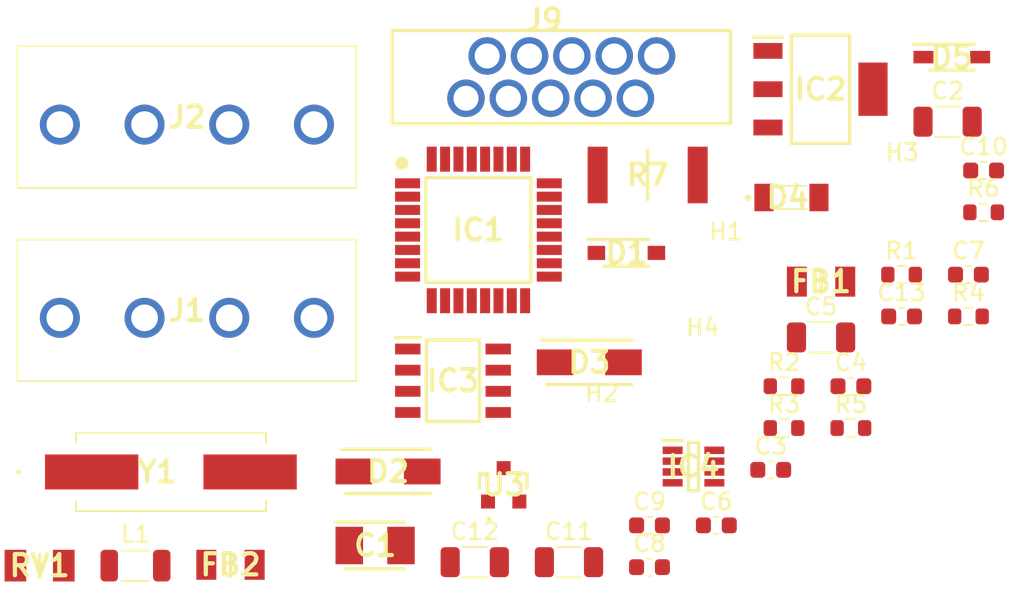
<source format=kicad_pcb>
(kicad_pcb (version 20171130) (host pcbnew "(5.1.10)-1")

  (general
    (thickness 1.6)
    (drawings 0)
    (tracks 0)
    (zones 0)
    (modules 42)
    (nets 42)
  )

  (page A4)
  (layers
    (0 F.Cu signal)
    (31 B.Cu signal)
    (32 B.Adhes user)
    (33 F.Adhes user)
    (34 B.Paste user)
    (35 F.Paste user)
    (36 B.SilkS user)
    (37 F.SilkS user)
    (38 B.Mask user)
    (39 F.Mask user)
    (40 Dwgs.User user)
    (41 Cmts.User user)
    (42 Eco1.User user)
    (43 Eco2.User user)
    (44 Edge.Cuts user)
    (45 Margin user)
    (46 B.CrtYd user)
    (47 F.CrtYd user)
    (48 B.Fab user)
    (49 F.Fab user)
  )

  (setup
    (last_trace_width 0.25)
    (trace_clearance 0.2)
    (zone_clearance 0.508)
    (zone_45_only no)
    (trace_min 0.2)
    (via_size 0.8)
    (via_drill 0.4)
    (via_min_size 0.4)
    (via_min_drill 0.3)
    (uvia_size 0.3)
    (uvia_drill 0.1)
    (uvias_allowed no)
    (uvia_min_size 0.2)
    (uvia_min_drill 0.1)
    (edge_width 0.05)
    (segment_width 0.2)
    (pcb_text_width 0.3)
    (pcb_text_size 1.5 1.5)
    (mod_edge_width 0.12)
    (mod_text_size 1 1)
    (mod_text_width 0.15)
    (pad_size 1.524 1.524)
    (pad_drill 0.762)
    (pad_to_mask_clearance 0)
    (aux_axis_origin 0 0)
    (visible_elements FFFFFF7F)
    (pcbplotparams
      (layerselection 0x010fc_ffffffff)
      (usegerberextensions false)
      (usegerberattributes true)
      (usegerberadvancedattributes true)
      (creategerberjobfile true)
      (excludeedgelayer true)
      (linewidth 0.100000)
      (plotframeref false)
      (viasonmask false)
      (mode 1)
      (useauxorigin false)
      (hpglpennumber 1)
      (hpglpenspeed 20)
      (hpglpendiameter 15.000000)
      (psnegative false)
      (psa4output false)
      (plotreference true)
      (plotvalue true)
      (plotinvisibletext false)
      (padsonsilk false)
      (subtractmaskfromsilk false)
      (outputformat 1)
      (mirror false)
      (drillshape 1)
      (scaleselection 1)
      (outputdirectory ""))
  )

  (net 0 "")
  (net 1 GND)
  (net 2 "Net-(C1-Pad1)")
  (net 3 "Net-(C3-Pad1)")
  (net 4 "Net-(C4-Pad2)")
  (net 5 +3V3)
  (net 6 "Net-(C7-Pad1)")
  (net 7 "Net-(C8-Pad1)")
  (net 8 "Net-(C10-Pad1)")
  (net 9 /RSB)
  (net 10 "Net-(D1-Pad2)")
  (net 11 "Net-(D1-Pad1)")
  (net 12 /Data_A)
  (net 13 /Data_B)
  (net 14 "Net-(IC1-Pad32)")
  (net 15 /TXD)
  (net 16 /RXD)
  (net 17 "Net-(IC1-Pad28)")
  (net 18 /MAX_EN)
  (net 19 "Net-(IC1-Pad26)")
  (net 20 "Net-(IC1-Pad25)")
  (net 21 "Net-(IC1-Pad24)")
  (net 22 "Net-(IC1-Pad23)")
  (net 23 /Vin)
  (net 24 "Net-(IC1-Pad19)")
  (net 25 /SCK)
  (net 26 /MISO)
  (net 27 /MOSI)
  (net 28 "Net-(IC1-Pad14)")
  (net 29 "Net-(IC1-Pad13)")
  (net 30 "Net-(IC1-Pad12)")
  (net 31 "Net-(IC1-Pad11)")
  (net 32 "Net-(IC1-Pad10)")
  (net 33 "Net-(IC1-Pad9)")
  (net 34 SCL)
  (net 35 SDA)
  (net 36 "Net-(IC1-Pad2)")
  (net 37 "Net-(IC1-Pad1)")
  (net 38 /IN-)
  (net 39 +12V)
  (net 40 "Net-(J9-Pad6)")
  (net 41 "Net-(J9-Pad4)")

  (net_class Default "This is the default net class."
    (clearance 0.2)
    (trace_width 0.25)
    (via_dia 0.8)
    (via_drill 0.4)
    (uvia_dia 0.3)
    (uvia_drill 0.1)
    (add_net +12V)
    (add_net +3V3)
    (add_net /Data_A)
    (add_net /Data_B)
    (add_net /IN-)
    (add_net /MAX_EN)
    (add_net /MISO)
    (add_net /MOSI)
    (add_net /RSB)
    (add_net /RXD)
    (add_net /SCK)
    (add_net /TXD)
    (add_net /Vin)
    (add_net GND)
    (add_net "Net-(C1-Pad1)")
    (add_net "Net-(C10-Pad1)")
    (add_net "Net-(C3-Pad1)")
    (add_net "Net-(C4-Pad2)")
    (add_net "Net-(C7-Pad1)")
    (add_net "Net-(C8-Pad1)")
    (add_net "Net-(D1-Pad1)")
    (add_net "Net-(D1-Pad2)")
    (add_net "Net-(IC1-Pad1)")
    (add_net "Net-(IC1-Pad10)")
    (add_net "Net-(IC1-Pad11)")
    (add_net "Net-(IC1-Pad12)")
    (add_net "Net-(IC1-Pad13)")
    (add_net "Net-(IC1-Pad14)")
    (add_net "Net-(IC1-Pad19)")
    (add_net "Net-(IC1-Pad2)")
    (add_net "Net-(IC1-Pad23)")
    (add_net "Net-(IC1-Pad24)")
    (add_net "Net-(IC1-Pad25)")
    (add_net "Net-(IC1-Pad26)")
    (add_net "Net-(IC1-Pad28)")
    (add_net "Net-(IC1-Pad32)")
    (add_net "Net-(IC1-Pad9)")
    (add_net "Net-(J9-Pad4)")
    (add_net "Net-(J9-Pad6)")
    (add_net SCL)
    (add_net SDA)
  )

  (module SamacSys_Parts:ABLS373728MHZD4YT (layer F.Cu) (tedit 0) (tstamp 614868E2)
    (at -50.604 99.725)
    (descr ABLS3-7.3728MHZ-D4Y-T-1)
    (tags "Crystal or Oscillator")
    (path /611C4E5A)
    (attr smd)
    (fp_text reference Y1 (at -0.825 0) (layer F.SilkS)
      (effects (font (size 1.27 1.27) (thickness 0.254)))
    )
    (fp_text value 7.37MHz (at -0.825 0) (layer F.SilkS) hide
      (effects (font (size 1.27 1.27) (thickness 0.254)))
    )
    (fp_arc (start -9.15 0) (end -9.2 0) (angle -180) (layer F.SilkS) (width 0.2))
    (fp_arc (start -9.15 0) (end -9.1 0) (angle -180) (layer F.SilkS) (width 0.2))
    (fp_arc (start -9.15 0) (end -9.2 0) (angle -180) (layer F.SilkS) (width 0.2))
    (fp_text user %R (at -0.825 0) (layer F.Fab)
      (effects (font (size 1.27 1.27) (thickness 0.254)))
    )
    (fp_line (start -5.7 2.35) (end 5.7 2.35) (layer F.Fab) (width 0.2))
    (fp_line (start 5.7 2.35) (end 5.7 -2.35) (layer F.Fab) (width 0.2))
    (fp_line (start 5.7 -2.35) (end -5.7 -2.35) (layer F.Fab) (width 0.2))
    (fp_line (start -5.7 -2.35) (end -5.7 2.35) (layer F.Fab) (width 0.2))
    (fp_line (start -5.7 -1.75) (end -5.7 -1.75) (layer F.SilkS) (width 0.1))
    (fp_line (start -5.7 -1.75) (end -5.7 -2.35) (layer F.SilkS) (width 0.1))
    (fp_line (start -5.7 -2.35) (end -5.7 -2.35) (layer F.SilkS) (width 0.1))
    (fp_line (start -5.7 -2.35) (end -5.7 -1.75) (layer F.SilkS) (width 0.1))
    (fp_line (start -5.7 -2.35) (end 5.7 -2.35) (layer F.SilkS) (width 0.1))
    (fp_line (start 5.7 -2.35) (end 5.7 -2.35) (layer F.SilkS) (width 0.1))
    (fp_line (start 5.7 -2.35) (end -5.7 -2.35) (layer F.SilkS) (width 0.1))
    (fp_line (start -5.7 -2.35) (end -5.7 -2.35) (layer F.SilkS) (width 0.1))
    (fp_line (start 5.7 -2.35) (end 5.7 -2.35) (layer F.SilkS) (width 0.1))
    (fp_line (start 5.7 -2.35) (end 5.7 -1.75) (layer F.SilkS) (width 0.1))
    (fp_line (start 5.7 -1.75) (end 5.7 -1.75) (layer F.SilkS) (width 0.1))
    (fp_line (start 5.7 -1.75) (end 5.7 -2.35) (layer F.SilkS) (width 0.1))
    (fp_line (start 5.7 1.75) (end 5.7 1.75) (layer F.SilkS) (width 0.1))
    (fp_line (start 5.7 1.75) (end 5.7 2.35) (layer F.SilkS) (width 0.1))
    (fp_line (start 5.7 2.35) (end 5.7 2.35) (layer F.SilkS) (width 0.1))
    (fp_line (start 5.7 2.35) (end 5.7 1.75) (layer F.SilkS) (width 0.1))
    (fp_line (start 5.7 2.35) (end -5.7 2.35) (layer F.SilkS) (width 0.1))
    (fp_line (start -5.7 2.35) (end -5.7 2.35) (layer F.SilkS) (width 0.1))
    (fp_line (start -5.7 2.35) (end 5.7 2.35) (layer F.SilkS) (width 0.1))
    (fp_line (start 5.7 2.35) (end 5.7 2.35) (layer F.SilkS) (width 0.1))
    (fp_line (start -5.7 2.35) (end -5.7 2.35) (layer F.SilkS) (width 0.1))
    (fp_line (start -5.7 2.35) (end -5.7 1.75) (layer F.SilkS) (width 0.1))
    (fp_line (start -5.7 1.75) (end -5.7 1.75) (layer F.SilkS) (width 0.1))
    (fp_line (start -5.7 1.75) (end -5.7 2.35) (layer F.SilkS) (width 0.1))
    (fp_line (start -10.2 -3.35) (end 8.55 -3.35) (layer F.CrtYd) (width 0.1))
    (fp_line (start 8.55 -3.35) (end 8.55 3.35) (layer F.CrtYd) (width 0.1))
    (fp_line (start 8.55 3.35) (end -10.2 3.35) (layer F.CrtYd) (width 0.1))
    (fp_line (start -10.2 3.35) (end -10.2 -3.35) (layer F.CrtYd) (width 0.1))
    (fp_line (start -9.2 0) (end -9.2 0) (layer F.SilkS) (width 0.2))
    (fp_line (start -9.1 0) (end -9.1 0) (layer F.SilkS) (width 0.2))
    (fp_line (start -9.2 0) (end -9.2 0) (layer F.SilkS) (width 0.2))
    (pad 2 smd rect (at 4.75 0 90) (size 2.1 5.6) (layers F.Cu F.Paste F.Mask)
      (net 6 "Net-(C7-Pad1)"))
    (pad 1 smd rect (at -4.75 0 90) (size 2.1 5.6) (layers F.Cu F.Paste F.Mask)
      (net 7 "Net-(C8-Pad1)"))
    (model "S:\\KiCAD\\Custom libraries\\SamacSys_Parts.3dshapes\\ABLS3-7.3728MHZ-D4Y-T.stp"
      (at (xyz 0 0 0))
      (scale (xyz 1 1 1))
      (rotate (xyz 0 0 0))
    )
  )

  (module SamacSys_Parts:PSM712LFT7 (layer F.Cu) (tedit 0) (tstamp 614868B5)
    (at -30.644 99.495)
    (descr PSM712-LF-T7-4)
    (tags "Integrated Circuit")
    (path /61353713)
    (attr smd)
    (fp_text reference U3 (at 0 1.002) (layer F.SilkS)
      (effects (font (size 1.27 1.27) (thickness 0.254)))
    )
    (fp_text value PSM712-LF-T7 (at 0 1.002) (layer F.SilkS) hide
      (effects (font (size 1.27 1.27) (thickness 0.254)))
    )
    (fp_arc (start -0.9 3.05) (end -0.9 3.1) (angle -180) (layer F.SilkS) (width 0.2))
    (fp_arc (start -0.9 3.05) (end -0.9 3) (angle -180) (layer F.SilkS) (width 0.2))
    (fp_arc (start -0.9 3.05) (end -0.9 3.1) (angle -180) (layer F.SilkS) (width 0.2))
    (fp_text user %R (at 0 1.002) (layer F.Fab)
      (effects (font (size 1.27 1.27) (thickness 0.254)))
    )
    (fp_line (start -1.46 1.652) (end 1.46 1.652) (layer F.Fab) (width 0.1))
    (fp_line (start 1.46 1.652) (end 1.46 0.352) (layer F.Fab) (width 0.1))
    (fp_line (start 1.46 0.352) (end -1.46 0.352) (layer F.Fab) (width 0.1))
    (fp_line (start -1.46 0.352) (end -1.46 1.652) (layer F.Fab) (width 0.1))
    (fp_line (start -1.46 0.352) (end -1 0.352) (layer F.SilkS) (width 0.2))
    (fp_line (start -1 0.352) (end -1 0.4) (layer F.SilkS) (width 0.2))
    (fp_line (start -1 0.4) (end -1.46 0.4) (layer F.SilkS) (width 0.2))
    (fp_line (start -1.46 0.4) (end -1.46 0.352) (layer F.SilkS) (width 0.2))
    (fp_line (start 1 0.352) (end 1.4 0.352) (layer F.SilkS) (width 0.2))
    (fp_line (start 1.4 0.352) (end 1.4 0.352) (layer F.SilkS) (width 0.2))
    (fp_line (start 1.4 0.352) (end 1 0.352) (layer F.SilkS) (width 0.2))
    (fp_line (start 1 0.352) (end 1 0.352) (layer F.SilkS) (width 0.2))
    (fp_line (start -2.46 -1.42) (end 2.46 -1.42) (layer F.CrtYd) (width 0.1))
    (fp_line (start 2.46 -1.42) (end 2.46 3.425) (layer F.CrtYd) (width 0.1))
    (fp_line (start 2.46 3.425) (end -2.46 3.425) (layer F.CrtYd) (width 0.1))
    (fp_line (start -2.46 3.425) (end -2.46 -1.42) (layer F.CrtYd) (width 0.1))
    (fp_line (start -1.46 1.2) (end -1.46 1.2) (layer F.SilkS) (width 0.2))
    (fp_line (start -1.46 1.2) (end -1.46 0.4) (layer F.SilkS) (width 0.2))
    (fp_line (start -1.46 0.4) (end -1.46 0.4) (layer F.SilkS) (width 0.2))
    (fp_line (start -1.46 0.4) (end -1.46 1.2) (layer F.SilkS) (width 0.2))
    (fp_line (start 1.4 0.352) (end 1.4 0.352) (layer F.SilkS) (width 0.2))
    (fp_line (start 1.4 0.352) (end 1.4 1.2) (layer F.SilkS) (width 0.2))
    (fp_line (start 1.4 1.2) (end 1.4 1.2) (layer F.SilkS) (width 0.2))
    (fp_line (start 1.4 1.2) (end 1.4 0.352) (layer F.SilkS) (width 0.2))
    (fp_line (start -0.9 3.1) (end -0.9 3.1) (layer F.SilkS) (width 0.2))
    (fp_line (start -0.9 3) (end -0.9 3) (layer F.SilkS) (width 0.2))
    (fp_line (start -0.9 3.1) (end -0.9 3.1) (layer F.SilkS) (width 0.2))
    (pad 3 smd rect (at 0 0 90) (size 0.84 0.84) (layers F.Cu F.Paste F.Mask)
      (net 1 GND))
    (pad 2 smd rect (at 0.94 2.005 90) (size 0.84 0.84) (layers F.Cu F.Paste F.Mask)
      (net 13 /Data_B))
    (pad 1 smd rect (at -0.94 2.005 90) (size 0.84 0.84) (layers F.Cu F.Paste F.Mask)
      (net 12 /Data_A))
    (model "S:\\KiCAD\\Custom libraries\\SamacSys_Parts.3dshapes\\PSM712-LF-T7.stp"
      (at (xyz 0 0 0))
      (scale (xyz 1 1 1))
      (rotate (xyz 0 0 0))
    )
  )

  (module SamacSys_Parts:VARC3216X145N (layer F.Cu) (tedit 0) (tstamp 6148688F)
    (at -58.479 105.35)
    (descr 2B)
    (tags Varistor)
    (path /611A4A92)
    (attr smd)
    (fp_text reference RV1 (at 0 0) (layer F.SilkS)
      (effects (font (size 1.27 1.27) (thickness 0.254)))
    )
    (fp_text value Varistor (at 0 0) (layer F.SilkS) hide
      (effects (font (size 1.27 1.27) (thickness 0.254)))
    )
    (fp_text user %R (at 0 0) (layer F.Fab)
      (effects (font (size 1.27 1.27) (thickness 0.254)))
    )
    (fp_line (start -2.35 -1.2) (end 2.35 -1.2) (layer F.CrtYd) (width 0.05))
    (fp_line (start 2.35 -1.2) (end 2.35 1.2) (layer F.CrtYd) (width 0.05))
    (fp_line (start 2.35 1.2) (end -2.35 1.2) (layer F.CrtYd) (width 0.05))
    (fp_line (start -2.35 1.2) (end -2.35 -1.2) (layer F.CrtYd) (width 0.05))
    (fp_line (start -1.6 -0.8) (end 1.6 -0.8) (layer F.Fab) (width 0.1))
    (fp_line (start 1.6 -0.8) (end 1.6 0.8) (layer F.Fab) (width 0.1))
    (fp_line (start 1.6 0.8) (end -1.6 0.8) (layer F.Fab) (width 0.1))
    (fp_line (start -1.6 0.8) (end -1.6 -0.8) (layer F.Fab) (width 0.1))
    (fp_line (start 0 -0.7) (end 0 0.7) (layer F.SilkS) (width 0.2))
    (pad 2 smd rect (at 1.45 0) (size 1.3 1.9) (layers F.Cu F.Paste F.Mask)
      (net 1 GND))
    (pad 1 smd rect (at -1.45 0) (size 1.3 1.9) (layers F.Cu F.Paste F.Mask)
      (net 11 "Net-(D1-Pad1)"))
    (model "S:\\KiCAD\\Custom libraries\\SamacSys_Parts.3dshapes\\NV73DL2BTTE22.stp"
      (at (xyz 0 0 0))
      (scale (xyz 1 1 1))
      (rotate (xyz 0 0 0))
    )
  )

  (module SamacSys_Parts:RESC6432X65N (layer F.Cu) (tedit 0) (tstamp 6148687F)
    (at -22.009 81.9)
    (descr PT2512FK-070R1L)
    (tags Resistor)
    (path /611586D6)
    (attr smd)
    (fp_text reference R7 (at 0 0) (layer F.SilkS)
      (effects (font (size 1.27 1.27) (thickness 0.254)))
    )
    (fp_text value 0.1R (at 0 0) (layer F.SilkS) hide
      (effects (font (size 1.27 1.27) (thickness 0.254)))
    )
    (fp_text user %R (at 0 0) (layer F.Fab)
      (effects (font (size 1.27 1.27) (thickness 0.254)))
    )
    (fp_line (start -3.85 -1.95) (end 3.85 -1.95) (layer F.CrtYd) (width 0.05))
    (fp_line (start 3.85 -1.95) (end 3.85 1.95) (layer F.CrtYd) (width 0.05))
    (fp_line (start 3.85 1.95) (end -3.85 1.95) (layer F.CrtYd) (width 0.05))
    (fp_line (start -3.85 1.95) (end -3.85 -1.95) (layer F.CrtYd) (width 0.05))
    (fp_line (start -3.175 -1.6) (end 3.175 -1.6) (layer F.Fab) (width 0.1))
    (fp_line (start 3.175 -1.6) (end 3.175 1.6) (layer F.Fab) (width 0.1))
    (fp_line (start 3.175 1.6) (end -3.175 1.6) (layer F.Fab) (width 0.1))
    (fp_line (start -3.175 1.6) (end -3.175 -1.6) (layer F.Fab) (width 0.1))
    (fp_line (start 0 -1.5) (end 0 1.5) (layer F.SilkS) (width 0.2))
    (pad 2 smd rect (at 3 0) (size 1.2 3.4) (layers F.Cu F.Paste F.Mask)
      (net 39 +12V))
    (pad 1 smd rect (at -3 0) (size 1.2 3.4) (layers F.Cu F.Paste F.Mask)
      (net 38 /IN-))
    (model "S:\\KiCAD\\Custom libraries\\SamacSys_Parts.3dshapes\\PT2512FK-070R1L.stp"
      (at (xyz 0 0 0))
      (scale (xyz 1 1 1))
      (rotate (xyz 0 0 0))
    )
  )

  (module Resistor_SMD:R_0603_1608Metric (layer F.Cu) (tedit 5F68FEEE) (tstamp 6148686F)
    (at -1.859 84.14)
    (descr "Resistor SMD 0603 (1608 Metric), square (rectangular) end terminal, IPC_7351 nominal, (Body size source: IPC-SM-782 page 72, https://www.pcb-3d.com/wordpress/wp-content/uploads/ipc-sm-782a_amendment_1_and_2.pdf), generated with kicad-footprint-generator")
    (tags resistor)
    (path /611A6EB6)
    (attr smd)
    (fp_text reference R6 (at 0 -1.43) (layer F.SilkS)
      (effects (font (size 1 1) (thickness 0.15)))
    )
    (fp_text value 100K (at 0 1.43) (layer F.Fab)
      (effects (font (size 1 1) (thickness 0.15)))
    )
    (fp_text user %R (at 0 0) (layer F.Fab)
      (effects (font (size 0.4 0.4) (thickness 0.06)))
    )
    (fp_line (start -0.8 0.4125) (end -0.8 -0.4125) (layer F.Fab) (width 0.1))
    (fp_line (start -0.8 -0.4125) (end 0.8 -0.4125) (layer F.Fab) (width 0.1))
    (fp_line (start 0.8 -0.4125) (end 0.8 0.4125) (layer F.Fab) (width 0.1))
    (fp_line (start 0.8 0.4125) (end -0.8 0.4125) (layer F.Fab) (width 0.1))
    (fp_line (start -0.237258 -0.5225) (end 0.237258 -0.5225) (layer F.SilkS) (width 0.12))
    (fp_line (start -0.237258 0.5225) (end 0.237258 0.5225) (layer F.SilkS) (width 0.12))
    (fp_line (start -1.48 0.73) (end -1.48 -0.73) (layer F.CrtYd) (width 0.05))
    (fp_line (start -1.48 -0.73) (end 1.48 -0.73) (layer F.CrtYd) (width 0.05))
    (fp_line (start 1.48 -0.73) (end 1.48 0.73) (layer F.CrtYd) (width 0.05))
    (fp_line (start 1.48 0.73) (end -1.48 0.73) (layer F.CrtYd) (width 0.05))
    (pad 2 smd roundrect (at 0.825 0) (size 0.8 0.95) (layers F.Cu F.Paste F.Mask) (roundrect_rratio 0.25)
      (net 23 /Vin))
    (pad 1 smd roundrect (at -0.825 0) (size 0.8 0.95) (layers F.Cu F.Paste F.Mask) (roundrect_rratio 0.25)
      (net 2 "Net-(C1-Pad1)"))
    (model ${KISYS3DMOD}/Resistor_SMD.3dshapes/R_0603_1608Metric.wrl
      (at (xyz 0 0 0))
      (scale (xyz 1 1 1))
      (rotate (xyz 0 0 0))
    )
  )

  (module Resistor_SMD:R_0603_1608Metric (layer F.Cu) (tedit 5F68FEEE) (tstamp 6148685E)
    (at -9.819 97.09)
    (descr "Resistor SMD 0603 (1608 Metric), square (rectangular) end terminal, IPC_7351 nominal, (Body size source: IPC-SM-782 page 72, https://www.pcb-3d.com/wordpress/wp-content/uploads/ipc-sm-782a_amendment_1_and_2.pdf), generated with kicad-footprint-generator")
    (tags resistor)
    (path /611D9E23)
    (attr smd)
    (fp_text reference R5 (at 0 -1.43) (layer F.SilkS)
      (effects (font (size 1 1) (thickness 0.15)))
    )
    (fp_text value 4K7 (at 0 1.43) (layer F.Fab)
      (effects (font (size 1 1) (thickness 0.15)))
    )
    (fp_text user %R (at 0 0) (layer F.Fab)
      (effects (font (size 0.4 0.4) (thickness 0.06)))
    )
    (fp_line (start -0.8 0.4125) (end -0.8 -0.4125) (layer F.Fab) (width 0.1))
    (fp_line (start -0.8 -0.4125) (end 0.8 -0.4125) (layer F.Fab) (width 0.1))
    (fp_line (start 0.8 -0.4125) (end 0.8 0.4125) (layer F.Fab) (width 0.1))
    (fp_line (start 0.8 0.4125) (end -0.8 0.4125) (layer F.Fab) (width 0.1))
    (fp_line (start -0.237258 -0.5225) (end 0.237258 -0.5225) (layer F.SilkS) (width 0.12))
    (fp_line (start -0.237258 0.5225) (end 0.237258 0.5225) (layer F.SilkS) (width 0.12))
    (fp_line (start -1.48 0.73) (end -1.48 -0.73) (layer F.CrtYd) (width 0.05))
    (fp_line (start -1.48 -0.73) (end 1.48 -0.73) (layer F.CrtYd) (width 0.05))
    (fp_line (start 1.48 -0.73) (end 1.48 0.73) (layer F.CrtYd) (width 0.05))
    (fp_line (start 1.48 0.73) (end -1.48 0.73) (layer F.CrtYd) (width 0.05))
    (pad 2 smd roundrect (at 0.825 0) (size 0.8 0.95) (layers F.Cu F.Paste F.Mask) (roundrect_rratio 0.25)
      (net 9 /RSB))
    (pad 1 smd roundrect (at -0.825 0) (size 0.8 0.95) (layers F.Cu F.Paste F.Mask) (roundrect_rratio 0.25)
      (net 5 +3V3))
    (model ${KISYS3DMOD}/Resistor_SMD.3dshapes/R_0603_1608Metric.wrl
      (at (xyz 0 0 0))
      (scale (xyz 1 1 1))
      (rotate (xyz 0 0 0))
    )
  )

  (module Resistor_SMD:R_0603_1608Metric (layer F.Cu) (tedit 5F68FEEE) (tstamp 6148684D)
    (at -2.769 90.39)
    (descr "Resistor SMD 0603 (1608 Metric), square (rectangular) end terminal, IPC_7351 nominal, (Body size source: IPC-SM-782 page 72, https://www.pcb-3d.com/wordpress/wp-content/uploads/ipc-sm-782a_amendment_1_and_2.pdf), generated with kicad-footprint-generator")
    (tags resistor)
    (path /61190235)
    (attr smd)
    (fp_text reference R4 (at 0 -1.43) (layer F.SilkS)
      (effects (font (size 1 1) (thickness 0.15)))
    )
    (fp_text value 4K7 (at 0 1.43) (layer F.Fab)
      (effects (font (size 1 1) (thickness 0.15)))
    )
    (fp_text user %R (at 0 0) (layer F.Fab)
      (effects (font (size 0.4 0.4) (thickness 0.06)))
    )
    (fp_line (start -0.8 0.4125) (end -0.8 -0.4125) (layer F.Fab) (width 0.1))
    (fp_line (start -0.8 -0.4125) (end 0.8 -0.4125) (layer F.Fab) (width 0.1))
    (fp_line (start 0.8 -0.4125) (end 0.8 0.4125) (layer F.Fab) (width 0.1))
    (fp_line (start 0.8 0.4125) (end -0.8 0.4125) (layer F.Fab) (width 0.1))
    (fp_line (start -0.237258 -0.5225) (end 0.237258 -0.5225) (layer F.SilkS) (width 0.12))
    (fp_line (start -0.237258 0.5225) (end 0.237258 0.5225) (layer F.SilkS) (width 0.12))
    (fp_line (start -1.48 0.73) (end -1.48 -0.73) (layer F.CrtYd) (width 0.05))
    (fp_line (start -1.48 -0.73) (end 1.48 -0.73) (layer F.CrtYd) (width 0.05))
    (fp_line (start 1.48 -0.73) (end 1.48 0.73) (layer F.CrtYd) (width 0.05))
    (fp_line (start 1.48 0.73) (end -1.48 0.73) (layer F.CrtYd) (width 0.05))
    (pad 2 smd roundrect (at 0.825 0) (size 0.8 0.95) (layers F.Cu F.Paste F.Mask) (roundrect_rratio 0.25)
      (net 35 SDA))
    (pad 1 smd roundrect (at -0.825 0) (size 0.8 0.95) (layers F.Cu F.Paste F.Mask) (roundrect_rratio 0.25)
      (net 5 +3V3))
    (model ${KISYS3DMOD}/Resistor_SMD.3dshapes/R_0603_1608Metric.wrl
      (at (xyz 0 0 0))
      (scale (xyz 1 1 1))
      (rotate (xyz 0 0 0))
    )
  )

  (module Resistor_SMD:R_0603_1608Metric (layer F.Cu) (tedit 5F68FEEE) (tstamp 6148683C)
    (at -13.829 97.09)
    (descr "Resistor SMD 0603 (1608 Metric), square (rectangular) end terminal, IPC_7351 nominal, (Body size source: IPC-SM-782 page 72, https://www.pcb-3d.com/wordpress/wp-content/uploads/ipc-sm-782a_amendment_1_and_2.pdf), generated with kicad-footprint-generator")
    (tags resistor)
    (path /6118F2B3)
    (attr smd)
    (fp_text reference R3 (at 0 -1.43) (layer F.SilkS)
      (effects (font (size 1 1) (thickness 0.15)))
    )
    (fp_text value 4K7 (at 0 1.43) (layer F.Fab)
      (effects (font (size 1 1) (thickness 0.15)))
    )
    (fp_text user %R (at 0 0) (layer F.Fab)
      (effects (font (size 0.4 0.4) (thickness 0.06)))
    )
    (fp_line (start -0.8 0.4125) (end -0.8 -0.4125) (layer F.Fab) (width 0.1))
    (fp_line (start -0.8 -0.4125) (end 0.8 -0.4125) (layer F.Fab) (width 0.1))
    (fp_line (start 0.8 -0.4125) (end 0.8 0.4125) (layer F.Fab) (width 0.1))
    (fp_line (start 0.8 0.4125) (end -0.8 0.4125) (layer F.Fab) (width 0.1))
    (fp_line (start -0.237258 -0.5225) (end 0.237258 -0.5225) (layer F.SilkS) (width 0.12))
    (fp_line (start -0.237258 0.5225) (end 0.237258 0.5225) (layer F.SilkS) (width 0.12))
    (fp_line (start -1.48 0.73) (end -1.48 -0.73) (layer F.CrtYd) (width 0.05))
    (fp_line (start -1.48 -0.73) (end 1.48 -0.73) (layer F.CrtYd) (width 0.05))
    (fp_line (start 1.48 -0.73) (end 1.48 0.73) (layer F.CrtYd) (width 0.05))
    (fp_line (start 1.48 0.73) (end -1.48 0.73) (layer F.CrtYd) (width 0.05))
    (pad 2 smd roundrect (at 0.825 0) (size 0.8 0.95) (layers F.Cu F.Paste F.Mask) (roundrect_rratio 0.25)
      (net 34 SCL))
    (pad 1 smd roundrect (at -0.825 0) (size 0.8 0.95) (layers F.Cu F.Paste F.Mask) (roundrect_rratio 0.25)
      (net 5 +3V3))
    (model ${KISYS3DMOD}/Resistor_SMD.3dshapes/R_0603_1608Metric.wrl
      (at (xyz 0 0 0))
      (scale (xyz 1 1 1))
      (rotate (xyz 0 0 0))
    )
  )

  (module Resistor_SMD:R_0603_1608Metric (layer F.Cu) (tedit 5F68FEEE) (tstamp 6148682B)
    (at -13.829 94.58)
    (descr "Resistor SMD 0603 (1608 Metric), square (rectangular) end terminal, IPC_7351 nominal, (Body size source: IPC-SM-782 page 72, https://www.pcb-3d.com/wordpress/wp-content/uploads/ipc-sm-782a_amendment_1_and_2.pdf), generated with kicad-footprint-generator")
    (tags resistor)
    (path /612140B8)
    (attr smd)
    (fp_text reference R2 (at 0 -1.43) (layer F.SilkS)
      (effects (font (size 1 1) (thickness 0.15)))
    )
    (fp_text value 4K7 (at 0 1.43) (layer F.Fab)
      (effects (font (size 1 1) (thickness 0.15)))
    )
    (fp_text user %R (at 0 0) (layer F.Fab)
      (effects (font (size 0.4 0.4) (thickness 0.06)))
    )
    (fp_line (start -0.8 0.4125) (end -0.8 -0.4125) (layer F.Fab) (width 0.1))
    (fp_line (start -0.8 -0.4125) (end 0.8 -0.4125) (layer F.Fab) (width 0.1))
    (fp_line (start 0.8 -0.4125) (end 0.8 0.4125) (layer F.Fab) (width 0.1))
    (fp_line (start 0.8 0.4125) (end -0.8 0.4125) (layer F.Fab) (width 0.1))
    (fp_line (start -0.237258 -0.5225) (end 0.237258 -0.5225) (layer F.SilkS) (width 0.12))
    (fp_line (start -0.237258 0.5225) (end 0.237258 0.5225) (layer F.SilkS) (width 0.12))
    (fp_line (start -1.48 0.73) (end -1.48 -0.73) (layer F.CrtYd) (width 0.05))
    (fp_line (start -1.48 -0.73) (end 1.48 -0.73) (layer F.CrtYd) (width 0.05))
    (fp_line (start 1.48 -0.73) (end 1.48 0.73) (layer F.CrtYd) (width 0.05))
    (fp_line (start 1.48 0.73) (end -1.48 0.73) (layer F.CrtYd) (width 0.05))
    (pad 2 smd roundrect (at 0.825 0) (size 0.8 0.95) (layers F.Cu F.Paste F.Mask) (roundrect_rratio 0.25)
      (net 16 /RXD))
    (pad 1 smd roundrect (at -0.825 0) (size 0.8 0.95) (layers F.Cu F.Paste F.Mask) (roundrect_rratio 0.25)
      (net 5 +3V3))
    (model ${KISYS3DMOD}/Resistor_SMD.3dshapes/R_0603_1608Metric.wrl
      (at (xyz 0 0 0))
      (scale (xyz 1 1 1))
      (rotate (xyz 0 0 0))
    )
  )

  (module Resistor_SMD:R_0603_1608Metric (layer F.Cu) (tedit 5F68FEEE) (tstamp 6148681A)
    (at -6.779 87.88)
    (descr "Resistor SMD 0603 (1608 Metric), square (rectangular) end terminal, IPC_7351 nominal, (Body size source: IPC-SM-782 page 72, https://www.pcb-3d.com/wordpress/wp-content/uploads/ipc-sm-782a_amendment_1_and_2.pdf), generated with kicad-footprint-generator")
    (tags resistor)
    (path /611A7463)
    (attr smd)
    (fp_text reference R1 (at 0 -1.43) (layer F.SilkS)
      (effects (font (size 1 1) (thickness 0.15)))
    )
    (fp_text value 4K7 (at 0 1.43) (layer F.Fab)
      (effects (font (size 1 1) (thickness 0.15)))
    )
    (fp_text user %R (at 0 0) (layer F.Fab)
      (effects (font (size 0.4 0.4) (thickness 0.06)))
    )
    (fp_line (start -0.8 0.4125) (end -0.8 -0.4125) (layer F.Fab) (width 0.1))
    (fp_line (start -0.8 -0.4125) (end 0.8 -0.4125) (layer F.Fab) (width 0.1))
    (fp_line (start 0.8 -0.4125) (end 0.8 0.4125) (layer F.Fab) (width 0.1))
    (fp_line (start 0.8 0.4125) (end -0.8 0.4125) (layer F.Fab) (width 0.1))
    (fp_line (start -0.237258 -0.5225) (end 0.237258 -0.5225) (layer F.SilkS) (width 0.12))
    (fp_line (start -0.237258 0.5225) (end 0.237258 0.5225) (layer F.SilkS) (width 0.12))
    (fp_line (start -1.48 0.73) (end -1.48 -0.73) (layer F.CrtYd) (width 0.05))
    (fp_line (start -1.48 -0.73) (end 1.48 -0.73) (layer F.CrtYd) (width 0.05))
    (fp_line (start 1.48 -0.73) (end 1.48 0.73) (layer F.CrtYd) (width 0.05))
    (fp_line (start 1.48 0.73) (end -1.48 0.73) (layer F.CrtYd) (width 0.05))
    (pad 2 smd roundrect (at 0.825 0) (size 0.8 0.95) (layers F.Cu F.Paste F.Mask) (roundrect_rratio 0.25)
      (net 1 GND))
    (pad 1 smd roundrect (at -0.825 0) (size 0.8 0.95) (layers F.Cu F.Paste F.Mask) (roundrect_rratio 0.25)
      (net 23 /Vin))
    (model ${KISYS3DMOD}/Resistor_SMD.3dshapes/R_0603_1608Metric.wrl
      (at (xyz 0 0 0))
      (scale (xyz 1 1 1))
      (rotate (xyz 0 0 0))
    )
  )

  (module Inductor_SMD:L_1206_3216Metric (layer F.Cu) (tedit 5F68FEF0) (tstamp 61486809)
    (at -52.729 105.35)
    (descr "Inductor SMD 1206 (3216 Metric), square (rectangular) end terminal, IPC_7351 nominal, (Body size source: IPC-SM-782 page 80, https://www.pcb-3d.com/wordpress/wp-content/uploads/ipc-sm-782a_amendment_1_and_2.pdf), generated with kicad-footprint-generator")
    (tags inductor)
    (path /612A715A)
    (attr smd)
    (fp_text reference L1 (at 0 -1.9) (layer F.SilkS)
      (effects (font (size 1 1) (thickness 0.15)))
    )
    (fp_text value 10nH (at 0 1.9) (layer F.Fab)
      (effects (font (size 1 1) (thickness 0.15)))
    )
    (fp_text user %R (at 0 0) (layer F.Fab)
      (effects (font (size 0.8 0.8) (thickness 0.12)))
    )
    (fp_line (start -1.6 0.8) (end -1.6 -0.8) (layer F.Fab) (width 0.1))
    (fp_line (start -1.6 -0.8) (end 1.6 -0.8) (layer F.Fab) (width 0.1))
    (fp_line (start 1.6 -0.8) (end 1.6 0.8) (layer F.Fab) (width 0.1))
    (fp_line (start 1.6 0.8) (end -1.6 0.8) (layer F.Fab) (width 0.1))
    (fp_line (start -0.835242 -0.91) (end 0.835242 -0.91) (layer F.SilkS) (width 0.12))
    (fp_line (start -0.835242 0.91) (end 0.835242 0.91) (layer F.SilkS) (width 0.12))
    (fp_line (start -2.35 1.2) (end -2.35 -1.2) (layer F.CrtYd) (width 0.05))
    (fp_line (start -2.35 -1.2) (end 2.35 -1.2) (layer F.CrtYd) (width 0.05))
    (fp_line (start 2.35 -1.2) (end 2.35 1.2) (layer F.CrtYd) (width 0.05))
    (fp_line (start 2.35 1.2) (end -2.35 1.2) (layer F.CrtYd) (width 0.05))
    (pad 2 smd roundrect (at 1.575 0) (size 1.05 1.9) (layers F.Cu F.Paste F.Mask) (roundrect_rratio 0.238095)
      (net 3 "Net-(C3-Pad1)"))
    (pad 1 smd roundrect (at -1.575 0) (size 1.05 1.9) (layers F.Cu F.Paste F.Mask) (roundrect_rratio 0.238095)
      (net 5 +3V3))
    (model ${KISYS3DMOD}/Inductor_SMD.3dshapes/L_1206_3216Metric.wrl
      (at (xyz 0 0 0))
      (scale (xyz 1 1 1))
      (rotate (xyz 0 0 0))
    )
  )

  (module SamacSys_Parts:490107671012 (layer F.Cu) (tedit 0) (tstamp 614867F8)
    (at -27.189 76.025)
    (descr 490107671012)
    (tags Connector)
    (path /61170E5B)
    (fp_text reference J9 (at -1.031 -3.441) (layer F.SilkS)
      (effects (font (size 1.27 1.27) (thickness 0.254)))
    )
    (fp_text value 490107671012 (at -1.031 -3.441) (layer F.SilkS) hide
      (effects (font (size 1.27 1.27) (thickness 0.254)))
    )
    (fp_text user %R (at -1.031 -3.441) (layer F.Fab)
      (effects (font (size 1.27 1.27) (thickness 0.254)))
    )
    (fp_line (start -10.145 -2.8) (end 10.145 -2.8) (layer F.Fab) (width 0.2))
    (fp_line (start 10.145 -2.8) (end 10.145 2.8) (layer F.Fab) (width 0.2))
    (fp_line (start 10.145 2.8) (end -10.145 2.8) (layer F.Fab) (width 0.2))
    (fp_line (start -10.145 2.8) (end -10.145 -2.8) (layer F.Fab) (width 0.2))
    (fp_line (start -10.145 2.8) (end -10.145 -2.8) (layer F.SilkS) (width 0.2))
    (fp_line (start -10.145 -2.8) (end 10.145 -2.8) (layer F.SilkS) (width 0.2))
    (fp_line (start 10.145 -2.8) (end 10.145 2.8) (layer F.SilkS) (width 0.2))
    (fp_line (start 10.145 2.8) (end -10.145 2.8) (layer F.SilkS) (width 0.2))
    (pad 12 np_thru_hole circle (at 6.945 1.27) (size 2.5 0) (drill 2.5) (layers *.Cu *.Mask))
    (pad 11 np_thru_hole circle (at -6.945 -1.27) (size 2.5 0) (drill 2.5) (layers *.Cu *.Mask))
    (pad 10 thru_hole circle (at 5.715 -1.27) (size 2.25 2.25) (drill 1.5) (layers *.Cu *.Mask)
      (net 1 GND))
    (pad 9 thru_hole circle (at 4.445 1.27) (size 2.25 2.25) (drill 1.5) (layers *.Cu *.Mask)
      (net 26 /MISO))
    (pad 8 thru_hole circle (at 3.175 -1.27) (size 2.25 2.25) (drill 1.5) (layers *.Cu *.Mask)
      (net 1 GND))
    (pad 7 thru_hole circle (at 1.905 1.27) (size 2.25 2.25) (drill 1.5) (layers *.Cu *.Mask)
      (net 25 /SCK))
    (pad 6 thru_hole circle (at 0.635 -1.27) (size 2.25 2.25) (drill 1.5) (layers *.Cu *.Mask)
      (net 40 "Net-(J9-Pad6)"))
    (pad 5 thru_hole circle (at -0.635 1.27) (size 2.25 2.25) (drill 1.5) (layers *.Cu *.Mask)
      (net 9 /RSB))
    (pad 4 thru_hole circle (at -1.905 -1.27) (size 2.25 2.25) (drill 1.5) (layers *.Cu *.Mask)
      (net 41 "Net-(J9-Pad4)"))
    (pad 3 thru_hole circle (at -3.175 1.27) (size 2.25 2.25) (drill 1.5) (layers *.Cu *.Mask)
      (net 1 GND))
    (pad 2 thru_hole circle (at -4.445 -1.27) (size 2.25 2.25) (drill 1.5) (layers *.Cu *.Mask)
      (net 5 +3V3))
    (pad 1 thru_hole circle (at -5.715 1.27) (size 2.25 2.25) (drill 1.5) (layers *.Cu *.Mask)
      (net 27 /MOSI))
  )

  (module SamacSys_Parts:691311500004 (layer F.Cu) (tedit 0) (tstamp 614867DF)
    (at -57.264 78.875)
    (descr 691311500004-1)
    (tags Connector)
    (path /61157835)
    (fp_text reference J2 (at 7.62 -0.45) (layer F.SilkS)
      (effects (font (size 1.27 1.27) (thickness 0.254)))
    )
    (fp_text value 691311500004 (at 7.62 -0.45) (layer F.SilkS) hide
      (effects (font (size 1.27 1.27) (thickness 0.254)))
    )
    (fp_text user %R (at 7.62 -0.45) (layer F.Fab)
      (effects (font (size 1.27 1.27) (thickness 0.254)))
    )
    (fp_line (start -2.54 -4.7) (end 17.78 -4.7) (layer F.Fab) (width 0.2))
    (fp_line (start 17.78 -4.7) (end 17.78 3.8) (layer F.Fab) (width 0.2))
    (fp_line (start 17.78 3.8) (end -2.54 3.8) (layer F.Fab) (width 0.2))
    (fp_line (start -2.54 3.8) (end -2.54 -4.7) (layer F.Fab) (width 0.2))
    (fp_line (start -2.54 -4.7) (end 17.78 -4.7) (layer F.SilkS) (width 0.1))
    (fp_line (start 17.78 -4.7) (end 17.78 3.8) (layer F.SilkS) (width 0.1))
    (fp_line (start 17.78 3.8) (end -2.54 3.8) (layer F.SilkS) (width 0.1))
    (fp_line (start -2.54 3.8) (end -2.54 -4.7) (layer F.SilkS) (width 0.1))
    (fp_line (start -3.54 -5.7) (end 18.78 -5.7) (layer F.CrtYd) (width 0.1))
    (fp_line (start 18.78 -5.7) (end 18.78 4.8) (layer F.CrtYd) (width 0.1))
    (fp_line (start 18.78 4.8) (end -3.54 4.8) (layer F.CrtYd) (width 0.1))
    (fp_line (start -3.54 4.8) (end -3.54 -5.7) (layer F.CrtYd) (width 0.1))
    (pad 4 thru_hole circle (at 15.24 0) (size 2.4 2.4) (drill 1.6) (layers *.Cu *.Mask)
      (net 38 /IN-))
    (pad 3 thru_hole circle (at 10.16 0) (size 2.4 2.4) (drill 1.6) (layers *.Cu *.Mask)
      (net 1 GND))
    (pad 2 thru_hole circle (at 5.08 0) (size 2.4 2.4) (drill 1.6) (layers *.Cu *.Mask)
      (net 13 /Data_B))
    (pad 1 thru_hole circle (at 0 0) (size 2.4 2.4) (drill 1.6) (layers *.Cu *.Mask)
      (net 12 /Data_A))
    (model "S:\\KiCAD\\Custom libraries\\SamacSys_Parts.3dshapes\\691311500004.stp"
      (at (xyz 0 0 0))
      (scale (xyz 1 1 1))
      (rotate (xyz 0 0 0))
    )
  )

  (module SamacSys_Parts:691311500004 (layer F.Cu) (tedit 0) (tstamp 614867CA)
    (at -57.264 90.475)
    (descr 691311500004-1)
    (tags Connector)
    (path /61155FAE)
    (fp_text reference J1 (at 7.62 -0.45) (layer F.SilkS)
      (effects (font (size 1.27 1.27) (thickness 0.254)))
    )
    (fp_text value 691311500004 (at 7.62 -0.45) (layer F.SilkS) hide
      (effects (font (size 1.27 1.27) (thickness 0.254)))
    )
    (fp_text user %R (at 7.62 -0.45) (layer F.Fab)
      (effects (font (size 1.27 1.27) (thickness 0.254)))
    )
    (fp_line (start -2.54 -4.7) (end 17.78 -4.7) (layer F.Fab) (width 0.2))
    (fp_line (start 17.78 -4.7) (end 17.78 3.8) (layer F.Fab) (width 0.2))
    (fp_line (start 17.78 3.8) (end -2.54 3.8) (layer F.Fab) (width 0.2))
    (fp_line (start -2.54 3.8) (end -2.54 -4.7) (layer F.Fab) (width 0.2))
    (fp_line (start -2.54 -4.7) (end 17.78 -4.7) (layer F.SilkS) (width 0.1))
    (fp_line (start 17.78 -4.7) (end 17.78 3.8) (layer F.SilkS) (width 0.1))
    (fp_line (start 17.78 3.8) (end -2.54 3.8) (layer F.SilkS) (width 0.1))
    (fp_line (start -2.54 3.8) (end -2.54 -4.7) (layer F.SilkS) (width 0.1))
    (fp_line (start -3.54 -5.7) (end 18.78 -5.7) (layer F.CrtYd) (width 0.1))
    (fp_line (start 18.78 -5.7) (end 18.78 4.8) (layer F.CrtYd) (width 0.1))
    (fp_line (start 18.78 4.8) (end -3.54 4.8) (layer F.CrtYd) (width 0.1))
    (fp_line (start -3.54 4.8) (end -3.54 -5.7) (layer F.CrtYd) (width 0.1))
    (pad 4 thru_hole circle (at 15.24 0) (size 2.4 2.4) (drill 1.6) (layers *.Cu *.Mask)
      (net 12 /Data_A))
    (pad 3 thru_hole circle (at 10.16 0) (size 2.4 2.4) (drill 1.6) (layers *.Cu *.Mask)
      (net 13 /Data_B))
    (pad 2 thru_hole circle (at 5.08 0) (size 2.4 2.4) (drill 1.6) (layers *.Cu *.Mask)
      (net 1 GND))
    (pad 1 thru_hole circle (at 0 0) (size 2.4 2.4) (drill 1.6) (layers *.Cu *.Mask)
      (net 39 +12V))
    (model "S:\\KiCAD\\Custom libraries\\SamacSys_Parts.3dshapes\\691311500004.stp"
      (at (xyz 0 0 0))
      (scale (xyz 1 1 1))
      (rotate (xyz 0 0 0))
    )
  )

  (module SamacSys_Parts:SOT65P280X145-8N (layer F.Cu) (tedit 0) (tstamp 614867B5)
    (at -19.259 99.4)
    (descr "DCN (R-PDSO-G8)")
    (tags "Integrated Circuit")
    (path /61183AD4)
    (attr smd)
    (fp_text reference IC4 (at 0 0) (layer F.SilkS)
      (effects (font (size 1.27 1.27) (thickness 0.254)))
    )
    (fp_text value INA219BIDCNT (at 0 0) (layer F.SilkS) hide
      (effects (font (size 1.27 1.27) (thickness 0.254)))
    )
    (fp_text user %R (at 0 0) (layer F.Fab)
      (effects (font (size 1.27 1.27) (thickness 0.254)))
    )
    (fp_line (start -2.1 -1.75) (end 2.1 -1.75) (layer F.CrtYd) (width 0.05))
    (fp_line (start 2.1 -1.75) (end 2.1 1.75) (layer F.CrtYd) (width 0.05))
    (fp_line (start 2.1 1.75) (end -2.1 1.75) (layer F.CrtYd) (width 0.05))
    (fp_line (start -2.1 1.75) (end -2.1 -1.75) (layer F.CrtYd) (width 0.05))
    (fp_line (start -0.8 -1.45) (end 0.8 -1.45) (layer F.Fab) (width 0.1))
    (fp_line (start 0.8 -1.45) (end 0.8 1.45) (layer F.Fab) (width 0.1))
    (fp_line (start 0.8 1.45) (end -0.8 1.45) (layer F.Fab) (width 0.1))
    (fp_line (start -0.8 1.45) (end -0.8 -1.45) (layer F.Fab) (width 0.1))
    (fp_line (start -0.8 -0.8) (end -0.15 -1.45) (layer F.Fab) (width 0.1))
    (fp_line (start -0.3 -1.45) (end 0.3 -1.45) (layer F.SilkS) (width 0.2))
    (fp_line (start 0.3 -1.45) (end 0.3 1.45) (layer F.SilkS) (width 0.2))
    (fp_line (start 0.3 1.45) (end -0.3 1.45) (layer F.SilkS) (width 0.2))
    (fp_line (start -0.3 1.45) (end -0.3 -1.45) (layer F.SilkS) (width 0.2))
    (fp_line (start -1.85 -1.55) (end -0.65 -1.55) (layer F.SilkS) (width 0.2))
    (pad 8 smd rect (at 1.25 -0.975 90) (size 0.45 1.2) (layers F.Cu F.Paste F.Mask)
      (net 1 GND))
    (pad 7 smd rect (at 1.25 -0.325 90) (size 0.45 1.2) (layers F.Cu F.Paste F.Mask)
      (net 1 GND))
    (pad 6 smd rect (at 1.25 0.325 90) (size 0.45 1.2) (layers F.Cu F.Paste F.Mask)
      (net 35 SDA))
    (pad 5 smd rect (at 1.25 0.975 90) (size 0.45 1.2) (layers F.Cu F.Paste F.Mask)
      (net 34 SCL))
    (pad 4 smd rect (at -1.25 0.975 90) (size 0.45 1.2) (layers F.Cu F.Paste F.Mask)
      (net 5 +3V3))
    (pad 3 smd rect (at -1.25 0.325 90) (size 0.45 1.2) (layers F.Cu F.Paste F.Mask)
      (net 1 GND))
    (pad 2 smd rect (at -1.25 -0.325 90) (size 0.45 1.2) (layers F.Cu F.Paste F.Mask)
      (net 38 /IN-))
    (pad 1 smd rect (at -1.25 -0.975 90) (size 0.45 1.2) (layers F.Cu F.Paste F.Mask)
      (net 39 +12V))
    (model "S:\\KiCAD\\Custom libraries\\SamacSys_Parts.3dshapes\\INA219BIDCNT.stp"
      (at (xyz 0 0 0))
      (scale (xyz 1 1 1))
      (rotate (xyz 0 0 0))
    )
  )

  (module SamacSys_Parts:SOIC127P600X175-8N (layer F.Cu) (tedit 0) (tstamp 6148679A)
    (at -33.684 94.25)
    (descr "8 SO")
    (tags "Integrated Circuit")
    (path /612524B5)
    (attr smd)
    (fp_text reference IC3 (at 0 0) (layer F.SilkS)
      (effects (font (size 1.27 1.27) (thickness 0.254)))
    )
    (fp_text value MAX3072EASA+ (at 0 0) (layer F.SilkS) hide
      (effects (font (size 1.27 1.27) (thickness 0.254)))
    )
    (fp_text user %R (at 0 0) (layer F.Fab)
      (effects (font (size 1.27 1.27) (thickness 0.254)))
    )
    (fp_line (start -3.725 -2.75) (end 3.725 -2.75) (layer F.CrtYd) (width 0.05))
    (fp_line (start 3.725 -2.75) (end 3.725 2.75) (layer F.CrtYd) (width 0.05))
    (fp_line (start 3.725 2.75) (end -3.725 2.75) (layer F.CrtYd) (width 0.05))
    (fp_line (start -3.725 2.75) (end -3.725 -2.75) (layer F.CrtYd) (width 0.05))
    (fp_line (start -1.95 -2.45) (end 1.95 -2.45) (layer F.Fab) (width 0.1))
    (fp_line (start 1.95 -2.45) (end 1.95 2.45) (layer F.Fab) (width 0.1))
    (fp_line (start 1.95 2.45) (end -1.95 2.45) (layer F.Fab) (width 0.1))
    (fp_line (start -1.95 2.45) (end -1.95 -2.45) (layer F.Fab) (width 0.1))
    (fp_line (start -1.95 -1.18) (end -0.68 -2.45) (layer F.Fab) (width 0.1))
    (fp_line (start -1.6 -2.45) (end 1.6 -2.45) (layer F.SilkS) (width 0.2))
    (fp_line (start 1.6 -2.45) (end 1.6 2.45) (layer F.SilkS) (width 0.2))
    (fp_line (start 1.6 2.45) (end -1.6 2.45) (layer F.SilkS) (width 0.2))
    (fp_line (start -1.6 2.45) (end -1.6 -2.45) (layer F.SilkS) (width 0.2))
    (fp_line (start -3.475 -2.58) (end -1.95 -2.58) (layer F.SilkS) (width 0.2))
    (pad 8 smd rect (at 2.712 -1.905 90) (size 0.65 1.525) (layers F.Cu F.Paste F.Mask)
      (net 8 "Net-(C10-Pad1)"))
    (pad 7 smd rect (at 2.712 -0.635 90) (size 0.65 1.525) (layers F.Cu F.Paste F.Mask)
      (net 13 /Data_B))
    (pad 6 smd rect (at 2.712 0.635 90) (size 0.65 1.525) (layers F.Cu F.Paste F.Mask)
      (net 12 /Data_A))
    (pad 5 smd rect (at 2.712 1.905 90) (size 0.65 1.525) (layers F.Cu F.Paste F.Mask)
      (net 1 GND))
    (pad 4 smd rect (at -2.712 1.905 90) (size 0.65 1.525) (layers F.Cu F.Paste F.Mask)
      (net 15 /TXD))
    (pad 3 smd rect (at -2.712 0.635 90) (size 0.65 1.525) (layers F.Cu F.Paste F.Mask)
      (net 18 /MAX_EN))
    (pad 2 smd rect (at -2.712 -0.635 90) (size 0.65 1.525) (layers F.Cu F.Paste F.Mask)
      (net 18 /MAX_EN))
    (pad 1 smd rect (at -2.712 -1.905 90) (size 0.65 1.525) (layers F.Cu F.Paste F.Mask)
      (net 16 /RXD))
    (model "S:\\KiCAD\\Custom libraries\\SamacSys_Parts.3dshapes\\MAX3072EASA+.stp"
      (at (xyz 0 0 0))
      (scale (xyz 1 1 1))
      (rotate (xyz 0 0 0))
    )
  )

  (module SamacSys_Parts:SOT230P700X180-4N (layer F.Cu) (tedit 0) (tstamp 6148677F)
    (at -11.644 76.75)
    (descr "DCY (R-PDSO-G4")
    (tags "Integrated Circuit")
    (path /611678F8)
    (attr smd)
    (fp_text reference IC2 (at 0 0) (layer F.SilkS)
      (effects (font (size 1.27 1.27) (thickness 0.254)))
    )
    (fp_text value TPS7B6933QDCYRQ1 (at 0 0) (layer F.SilkS) hide
      (effects (font (size 1.27 1.27) (thickness 0.254)))
    )
    (fp_text user %R (at 0 0) (layer F.Fab)
      (effects (font (size 1.27 1.27) (thickness 0.254)))
    )
    (fp_line (start -4.275 -3.6) (end 4.275 -3.6) (layer F.CrtYd) (width 0.05))
    (fp_line (start 4.275 -3.6) (end 4.275 3.6) (layer F.CrtYd) (width 0.05))
    (fp_line (start 4.275 3.6) (end -4.275 3.6) (layer F.CrtYd) (width 0.05))
    (fp_line (start -4.275 3.6) (end -4.275 -3.6) (layer F.CrtYd) (width 0.05))
    (fp_line (start -1.75 -3.25) (end 1.75 -3.25) (layer F.Fab) (width 0.1))
    (fp_line (start 1.75 -3.25) (end 1.75 3.25) (layer F.Fab) (width 0.1))
    (fp_line (start 1.75 3.25) (end -1.75 3.25) (layer F.Fab) (width 0.1))
    (fp_line (start -1.75 3.25) (end -1.75 -3.25) (layer F.Fab) (width 0.1))
    (fp_line (start -1.75 -0.95) (end 0.55 -3.25) (layer F.Fab) (width 0.1))
    (fp_line (start -1.75 -3.25) (end 1.75 -3.25) (layer F.SilkS) (width 0.2))
    (fp_line (start 1.75 -3.25) (end 1.75 3.25) (layer F.SilkS) (width 0.2))
    (fp_line (start 1.75 3.25) (end -1.75 3.25) (layer F.SilkS) (width 0.2))
    (fp_line (start -1.75 3.25) (end -1.75 -3.25) (layer F.SilkS) (width 0.2))
    (fp_line (start -4.025 -3.125) (end -2.275 -3.125) (layer F.SilkS) (width 0.2))
    (pad 4 smd rect (at 3.15 0) (size 1.75 3.2) (layers F.Cu F.Paste F.Mask)
      (net 1 GND))
    (pad 3 smd rect (at -3.15 2.3 90) (size 0.95 1.75) (layers F.Cu F.Paste F.Mask)
      (net 5 +3V3))
    (pad 2 smd rect (at -3.15 0 90) (size 0.95 1.75) (layers F.Cu F.Paste F.Mask)
      (net 1 GND))
    (pad 1 smd rect (at -3.15 -2.3 90) (size 0.95 1.75) (layers F.Cu F.Paste F.Mask)
      (net 2 "Net-(C1-Pad1)"))
    (model "S:\\KiCAD\\Custom libraries\\SamacSys_Parts.3dshapes\\TPS7B6933QDCYRQ1.stp"
      (at (xyz 0 0 0))
      (scale (xyz 1 1 1))
      (rotate (xyz 0 0 0))
    )
  )

  (module SamacSys_Parts:QFP80P900X900X120-32N (layer F.Cu) (tedit 0) (tstamp 61486768)
    (at -32.159 85.2)
    (descr 32A)
    (tags "Integrated Circuit")
    (path /611B044C)
    (attr smd)
    (fp_text reference IC1 (at 0 0) (layer F.SilkS)
      (effects (font (size 1.27 1.27) (thickness 0.254)))
    )
    (fp_text value ATMEGA328PB-AN (at 0 0) (layer F.SilkS) hide
      (effects (font (size 1.27 1.27) (thickness 0.254)))
    )
    (fp_text user %R (at 0 0) (layer F.Fab)
      (effects (font (size 1.27 1.27) (thickness 0.254)))
    )
    (fp_line (start -5.25 -5.25) (end 5.25 -5.25) (layer F.CrtYd) (width 0.05))
    (fp_line (start 5.25 -5.25) (end 5.25 5.25) (layer F.CrtYd) (width 0.05))
    (fp_line (start 5.25 5.25) (end -5.25 5.25) (layer F.CrtYd) (width 0.05))
    (fp_line (start -5.25 5.25) (end -5.25 -5.25) (layer F.CrtYd) (width 0.05))
    (fp_line (start -3.5 -3.5) (end 3.5 -3.5) (layer F.Fab) (width 0.1))
    (fp_line (start 3.5 -3.5) (end 3.5 3.5) (layer F.Fab) (width 0.1))
    (fp_line (start 3.5 3.5) (end -3.5 3.5) (layer F.Fab) (width 0.1))
    (fp_line (start -3.5 3.5) (end -3.5 -3.5) (layer F.Fab) (width 0.1))
    (fp_line (start -3.5 -2.7) (end -2.7 -3.5) (layer F.Fab) (width 0.1))
    (fp_line (start -3.15 -3.15) (end 3.15 -3.15) (layer F.SilkS) (width 0.2))
    (fp_line (start 3.15 -3.15) (end 3.15 3.15) (layer F.SilkS) (width 0.2))
    (fp_line (start 3.15 3.15) (end -3.15 3.15) (layer F.SilkS) (width 0.2))
    (fp_line (start -3.15 3.15) (end -3.15 -3.15) (layer F.SilkS) (width 0.2))
    (fp_circle (center -4.6 -4) (end -4.6 -3.8) (layer F.SilkS) (width 0.4))
    (pad 32 smd rect (at -2.8 -4.25) (size 0.6 1.5) (layers F.Cu F.Paste F.Mask)
      (net 14 "Net-(IC1-Pad32)"))
    (pad 31 smd rect (at -2 -4.25) (size 0.6 1.5) (layers F.Cu F.Paste F.Mask)
      (net 15 /TXD))
    (pad 30 smd rect (at -1.2 -4.25) (size 0.6 1.5) (layers F.Cu F.Paste F.Mask)
      (net 16 /RXD))
    (pad 29 smd rect (at -0.4 -4.25) (size 0.6 1.5) (layers F.Cu F.Paste F.Mask)
      (net 9 /RSB))
    (pad 28 smd rect (at 0.4 -4.25) (size 0.6 1.5) (layers F.Cu F.Paste F.Mask)
      (net 17 "Net-(IC1-Pad28)"))
    (pad 27 smd rect (at 1.2 -4.25) (size 0.6 1.5) (layers F.Cu F.Paste F.Mask)
      (net 18 /MAX_EN))
    (pad 26 smd rect (at 2 -4.25) (size 0.6 1.5) (layers F.Cu F.Paste F.Mask)
      (net 19 "Net-(IC1-Pad26)"))
    (pad 25 smd rect (at 2.8 -4.25) (size 0.6 1.5) (layers F.Cu F.Paste F.Mask)
      (net 20 "Net-(IC1-Pad25)"))
    (pad 24 smd rect (at 4.25 -2.8 90) (size 0.6 1.5) (layers F.Cu F.Paste F.Mask)
      (net 21 "Net-(IC1-Pad24)"))
    (pad 23 smd rect (at 4.25 -2 90) (size 0.6 1.5) (layers F.Cu F.Paste F.Mask)
      (net 22 "Net-(IC1-Pad23)"))
    (pad 22 smd rect (at 4.25 -1.2 90) (size 0.6 1.5) (layers F.Cu F.Paste F.Mask)
      (net 23 /Vin))
    (pad 21 smd rect (at 4.25 -0.4 90) (size 0.6 1.5) (layers F.Cu F.Paste F.Mask)
      (net 1 GND))
    (pad 20 smd rect (at 4.25 0.4 90) (size 0.6 1.5) (layers F.Cu F.Paste F.Mask)
      (net 4 "Net-(C4-Pad2)"))
    (pad 19 smd rect (at 4.25 1.2 90) (size 0.6 1.5) (layers F.Cu F.Paste F.Mask)
      (net 24 "Net-(IC1-Pad19)"))
    (pad 18 smd rect (at 4.25 2 90) (size 0.6 1.5) (layers F.Cu F.Paste F.Mask)
      (net 3 "Net-(C3-Pad1)"))
    (pad 17 smd rect (at 4.25 2.8 90) (size 0.6 1.5) (layers F.Cu F.Paste F.Mask)
      (net 25 /SCK))
    (pad 16 smd rect (at 2.8 4.25) (size 0.6 1.5) (layers F.Cu F.Paste F.Mask)
      (net 26 /MISO))
    (pad 15 smd rect (at 2 4.25) (size 0.6 1.5) (layers F.Cu F.Paste F.Mask)
      (net 27 /MOSI))
    (pad 14 smd rect (at 1.2 4.25) (size 0.6 1.5) (layers F.Cu F.Paste F.Mask)
      (net 28 "Net-(IC1-Pad14)"))
    (pad 13 smd rect (at 0.4 4.25) (size 0.6 1.5) (layers F.Cu F.Paste F.Mask)
      (net 29 "Net-(IC1-Pad13)"))
    (pad 12 smd rect (at -0.4 4.25) (size 0.6 1.5) (layers F.Cu F.Paste F.Mask)
      (net 30 "Net-(IC1-Pad12)"))
    (pad 11 smd rect (at -1.2 4.25) (size 0.6 1.5) (layers F.Cu F.Paste F.Mask)
      (net 31 "Net-(IC1-Pad11)"))
    (pad 10 smd rect (at -2 4.25) (size 0.6 1.5) (layers F.Cu F.Paste F.Mask)
      (net 32 "Net-(IC1-Pad10)"))
    (pad 9 smd rect (at -2.8 4.25) (size 0.6 1.5) (layers F.Cu F.Paste F.Mask)
      (net 33 "Net-(IC1-Pad9)"))
    (pad 8 smd rect (at -4.25 2.8 90) (size 0.6 1.5) (layers F.Cu F.Paste F.Mask)
      (net 6 "Net-(C7-Pad1)"))
    (pad 7 smd rect (at -4.25 2 90) (size 0.6 1.5) (layers F.Cu F.Paste F.Mask)
      (net 7 "Net-(C8-Pad1)"))
    (pad 6 smd rect (at -4.25 1.2 90) (size 0.6 1.5) (layers F.Cu F.Paste F.Mask)
      (net 34 SCL))
    (pad 5 smd rect (at -4.25 0.4 90) (size 0.6 1.5) (layers F.Cu F.Paste F.Mask)
      (net 1 GND))
    (pad 4 smd rect (at -4.25 -0.4 90) (size 0.6 1.5) (layers F.Cu F.Paste F.Mask)
      (net 5 +3V3))
    (pad 3 smd rect (at -4.25 -1.2 90) (size 0.6 1.5) (layers F.Cu F.Paste F.Mask)
      (net 35 SDA))
    (pad 2 smd rect (at -4.25 -2 90) (size 0.6 1.5) (layers F.Cu F.Paste F.Mask)
      (net 36 "Net-(IC1-Pad2)"))
    (pad 1 smd rect (at -4.25 -2.8 90) (size 0.6 1.5) (layers F.Cu F.Paste F.Mask)
      (net 37 "Net-(IC1-Pad1)"))
    (model "S:\\KiCAD\\Custom libraries\\SamacSys_Parts.3dshapes\\ATMEGA328PB-AN.stp"
      (at (xyz 0 0 0))
      (scale (xyz 1 1 1))
      (rotate (xyz 0 0 0))
    )
  )

  (module MountingHole:MountingHole_2.1mm (layer F.Cu) (tedit 5B924765) (tstamp 61486735)
    (at -18.709 94.25)
    (descr "Mounting Hole 2.1mm, no annular")
    (tags "mounting hole 2.1mm no annular")
    (path /61216B17)
    (attr virtual)
    (fp_text reference H4 (at 0 -3.2) (layer F.SilkS)
      (effects (font (size 1 1) (thickness 0.15)))
    )
    (fp_text value MountingHole (at 0 3.2) (layer F.Fab)
      (effects (font (size 1 1) (thickness 0.15)))
    )
    (fp_text user %R (at 0.3 0) (layer F.Fab)
      (effects (font (size 1 1) (thickness 0.15)))
    )
    (fp_circle (center 0 0) (end 2.1 0) (layer Cmts.User) (width 0.15))
    (fp_circle (center 0 0) (end 2.35 0) (layer F.CrtYd) (width 0.05))
    (pad "" np_thru_hole circle (at 0 0) (size 2.1 2.1) (drill 2.1) (layers *.Cu *.Mask))
  )

  (module MountingHole:MountingHole_2.1mm (layer F.Cu) (tedit 5B924765) (tstamp 6148672D)
    (at -6.739 83.75)
    (descr "Mounting Hole 2.1mm, no annular")
    (tags "mounting hole 2.1mm no annular")
    (path /61216078)
    (attr virtual)
    (fp_text reference H3 (at 0 -3.2) (layer F.SilkS)
      (effects (font (size 1 1) (thickness 0.15)))
    )
    (fp_text value MountingHole (at 0 3.2) (layer F.Fab)
      (effects (font (size 1 1) (thickness 0.15)))
    )
    (fp_text user %R (at 0.3 0) (layer F.Fab)
      (effects (font (size 1 1) (thickness 0.15)))
    )
    (fp_circle (center 0 0) (end 2.1 0) (layer Cmts.User) (width 0.15))
    (fp_circle (center 0 0) (end 2.35 0) (layer F.CrtYd) (width 0.05))
    (pad "" np_thru_hole circle (at 0 0) (size 2.1 2.1) (drill 2.1) (layers *.Cu *.Mask))
  )

  (module MountingHole:MountingHole_2.1mm (layer F.Cu) (tedit 5B924765) (tstamp 61486725)
    (at -24.759 98.19)
    (descr "Mounting Hole 2.1mm, no annular")
    (tags "mounting hole 2.1mm no annular")
    (path /61215306)
    (attr virtual)
    (fp_text reference H2 (at 0 -3.2) (layer F.SilkS)
      (effects (font (size 1 1) (thickness 0.15)))
    )
    (fp_text value MountingHole (at 0 3.2) (layer F.Fab)
      (effects (font (size 1 1) (thickness 0.15)))
    )
    (fp_text user %R (at 0.3 0) (layer F.Fab)
      (effects (font (size 1 1) (thickness 0.15)))
    )
    (fp_circle (center 0 0) (end 2.1 0) (layer Cmts.User) (width 0.15))
    (fp_circle (center 0 0) (end 2.35 0) (layer F.CrtYd) (width 0.05))
    (pad "" np_thru_hole circle (at 0 0) (size 2.1 2.1) (drill 2.1) (layers *.Cu *.Mask))
  )

  (module MountingHole:MountingHole_2.1mm (layer F.Cu) (tedit 5B924765) (tstamp 6148671D)
    (at -17.309 88.5)
    (descr "Mounting Hole 2.1mm, no annular")
    (tags "mounting hole 2.1mm no annular")
    (path /61214C50)
    (attr virtual)
    (fp_text reference H1 (at 0 -3.2) (layer F.SilkS)
      (effects (font (size 1 1) (thickness 0.15)))
    )
    (fp_text value MountingHole (at 0 3.2) (layer F.Fab)
      (effects (font (size 1 1) (thickness 0.15)))
    )
    (fp_text user %R (at 0.3 0) (layer F.Fab)
      (effects (font (size 1 1) (thickness 0.15)))
    )
    (fp_circle (center 0 0) (end 2.1 0) (layer Cmts.User) (width 0.15))
    (fp_circle (center 0 0) (end 2.35 0) (layer F.CrtYd) (width 0.05))
    (pad "" np_thru_hole circle (at 0 0) (size 2.1 2.1) (drill 2.1) (layers *.Cu *.Mask))
  )

  (module SamacSys_Parts:BEADC3216X130N (layer F.Cu) (tedit 0) (tstamp 61486715)
    (at -47.029 105.3)
    (descr 1206)
    (tags "Ferrite Bead")
    (path /61275F88)
    (attr smd)
    (fp_text reference FB2 (at 0 0) (layer F.SilkS)
      (effects (font (size 1.27 1.27) (thickness 0.254)))
    )
    (fp_text value 74279218 (at 0 0) (layer F.SilkS) hide
      (effects (font (size 1.27 1.27) (thickness 0.254)))
    )
    (fp_text user %R (at 0 0) (layer F.Fab)
      (effects (font (size 1.27 1.27) (thickness 0.254)))
    )
    (fp_line (start -2.3 -1.15) (end 2.3 -1.15) (layer F.CrtYd) (width 0.05))
    (fp_line (start 2.3 -1.15) (end 2.3 1.15) (layer F.CrtYd) (width 0.05))
    (fp_line (start 2.3 1.15) (end -2.3 1.15) (layer F.CrtYd) (width 0.05))
    (fp_line (start -2.3 1.15) (end -2.3 -1.15) (layer F.CrtYd) (width 0.05))
    (fp_line (start -1.6 -0.8) (end 1.6 -0.8) (layer F.Fab) (width 0.1))
    (fp_line (start 1.6 -0.8) (end 1.6 0.8) (layer F.Fab) (width 0.1))
    (fp_line (start 1.6 0.8) (end -1.6 0.8) (layer F.Fab) (width 0.1))
    (fp_line (start -1.6 0.8) (end -1.6 -0.8) (layer F.Fab) (width 0.1))
    (fp_line (start 0 -0.7) (end 0 0.7) (layer F.SilkS) (width 0.2))
    (pad 2 smd rect (at 1.45 0) (size 1.2 1.8) (layers F.Cu F.Paste F.Mask)
      (net 5 +3V3))
    (pad 1 smd rect (at -1.45 0) (size 1.2 1.8) (layers F.Cu F.Paste F.Mask)
      (net 8 "Net-(C10-Pad1)"))
    (model "S:\\KiCAD\\Custom libraries\\SamacSys_Parts.3dshapes\\74279218.stp"
      (at (xyz 0 0 0))
      (scale (xyz 1 1 1))
      (rotate (xyz 0 0 0))
    )
  )

  (module SamacSys_Parts:BEADC3216X130N (layer F.Cu) (tedit 0) (tstamp 61486705)
    (at -11.609 88.3)
    (descr 1206)
    (tags "Ferrite Bead")
    (path /611A8051)
    (attr smd)
    (fp_text reference FB1 (at 0 0) (layer F.SilkS)
      (effects (font (size 1.27 1.27) (thickness 0.254)))
    )
    (fp_text value 74279218 (at 0 0) (layer F.SilkS) hide
      (effects (font (size 1.27 1.27) (thickness 0.254)))
    )
    (fp_text user %R (at 0 0) (layer F.Fab)
      (effects (font (size 1.27 1.27) (thickness 0.254)))
    )
    (fp_line (start -2.3 -1.15) (end 2.3 -1.15) (layer F.CrtYd) (width 0.05))
    (fp_line (start 2.3 -1.15) (end 2.3 1.15) (layer F.CrtYd) (width 0.05))
    (fp_line (start 2.3 1.15) (end -2.3 1.15) (layer F.CrtYd) (width 0.05))
    (fp_line (start -2.3 1.15) (end -2.3 -1.15) (layer F.CrtYd) (width 0.05))
    (fp_line (start -1.6 -0.8) (end 1.6 -0.8) (layer F.Fab) (width 0.1))
    (fp_line (start 1.6 -0.8) (end 1.6 0.8) (layer F.Fab) (width 0.1))
    (fp_line (start 1.6 0.8) (end -1.6 0.8) (layer F.Fab) (width 0.1))
    (fp_line (start -1.6 0.8) (end -1.6 -0.8) (layer F.Fab) (width 0.1))
    (fp_line (start 0 -0.7) (end 0 0.7) (layer F.SilkS) (width 0.2))
    (pad 2 smd rect (at 1.45 0) (size 1.2 1.8) (layers F.Cu F.Paste F.Mask)
      (net 2 "Net-(C1-Pad1)"))
    (pad 1 smd rect (at -1.45 0) (size 1.2 1.8) (layers F.Cu F.Paste F.Mask)
      (net 11 "Net-(D1-Pad1)"))
    (model "S:\\KiCAD\\Custom libraries\\SamacSys_Parts.3dshapes\\74279218.stp"
      (at (xyz 0 0 0))
      (scale (xyz 1 1 1))
      (rotate (xyz 0 0 0))
    )
  )

  (module SamacSys_Parts:SOD3716X145N (layer F.Cu) (tedit 0) (tstamp 614866F5)
    (at -3.769 74.825)
    (descr SOD123)
    (tags Diode)
    (path /611F1CC2)
    (attr smd)
    (fp_text reference D5 (at 0 0) (layer F.SilkS)
      (effects (font (size 1.27 1.27) (thickness 0.254)))
    )
    (fp_text value D_Zener (at 0 0) (layer F.SilkS) hide
      (effects (font (size 1.27 1.27) (thickness 0.254)))
    )
    (fp_text user %R (at 0 0) (layer F.Fab)
      (effects (font (size 1.27 1.27) (thickness 0.254)))
    )
    (fp_line (start -2.55 -1.675) (end 2.55 -1.675) (layer F.CrtYd) (width 0.05))
    (fp_line (start 2.55 -1.675) (end 2.55 1.675) (layer F.CrtYd) (width 0.05))
    (fp_line (start 2.55 1.675) (end -2.55 1.675) (layer F.CrtYd) (width 0.05))
    (fp_line (start -2.55 1.675) (end -2.55 -1.675) (layer F.CrtYd) (width 0.05))
    (fp_line (start -1.35 -0.775) (end 1.35 -0.775) (layer F.Fab) (width 0.1))
    (fp_line (start 1.35 -0.775) (end 1.35 0.775) (layer F.Fab) (width 0.1))
    (fp_line (start 1.35 0.775) (end -1.35 0.775) (layer F.Fab) (width 0.1))
    (fp_line (start -1.35 0.775) (end -1.35 -0.775) (layer F.Fab) (width 0.1))
    (fp_line (start -1.35 -0.175) (end -0.75 -0.775) (layer F.Fab) (width 0.1))
    (fp_line (start -2.3 -0.775) (end 1.35 -0.775) (layer F.SilkS) (width 0.2))
    (fp_line (start -1.35 0.775) (end 1.35 0.775) (layer F.SilkS) (width 0.2))
    (pad 2 smd rect (at 1.7 0 90) (size 0.75 1.2) (layers F.Cu F.Paste F.Mask)
      (net 1 GND))
    (pad 1 smd rect (at -1.7 0 90) (size 0.75 1.2) (layers F.Cu F.Paste F.Mask)
      (net 9 /RSB))
    (model "S:\\KiCAD\\Custom libraries\\SamacSys_Parts.3dshapes\\BZT52C5V1-7-F.stp"
      (at (xyz 0 0 0))
      (scale (xyz 1 1 1))
      (rotate (xyz 0 0 0))
    )
  )

  (module SamacSys_Parts:FDLL4448 (layer F.Cu) (tedit 0) (tstamp 614866E3)
    (at -13.384 83.25)
    (descr "MiniMELF / SOD-80")
    (tags Diode)
    (path /611DBFFE)
    (attr smd)
    (fp_text reference D4 (at -0.237 0) (layer F.SilkS)
      (effects (font (size 1.27 1.27) (thickness 0.254)))
    )
    (fp_text value D (at -0.237 0) (layer F.SilkS) hide
      (effects (font (size 1.27 1.27) (thickness 0.254)))
    )
    (fp_arc (start -2.6 0) (end -2.6 0.1) (angle 180) (layer F.SilkS) (width 0.2))
    (fp_arc (start -2.6 0) (end -2.6 -0.1) (angle 180) (layer F.SilkS) (width 0.2))
    (fp_text user %R (at -0.237 0) (layer F.Fab)
      (effects (font (size 1.27 1.27) (thickness 0.254)))
    )
    (fp_line (start -1.7 -0.7) (end 1.7 -0.7) (layer F.Fab) (width 0.2))
    (fp_line (start 1.7 -0.7) (end 1.7 0.7) (layer F.Fab) (width 0.2))
    (fp_line (start 1.7 0.7) (end -1.7 0.7) (layer F.Fab) (width 0.2))
    (fp_line (start -1.7 0.7) (end -1.7 -0.7) (layer F.Fab) (width 0.2))
    (fp_line (start -3.7 -1.825) (end 3.225 -1.825) (layer F.CrtYd) (width 0.1))
    (fp_line (start 3.225 -1.825) (end 3.225 1.825) (layer F.CrtYd) (width 0.1))
    (fp_line (start 3.225 1.825) (end -3.7 1.825) (layer F.CrtYd) (width 0.1))
    (fp_line (start -3.7 1.825) (end -3.7 -1.825) (layer F.CrtYd) (width 0.1))
    (fp_line (start -0.9 -0.7) (end 0.9 -0.7) (layer F.SilkS) (width 0.1))
    (fp_line (start -0.9 0.7) (end 0.9 0.7) (layer F.SilkS) (width 0.1))
    (fp_line (start -2.6 -0.1) (end -2.6 -0.1) (layer F.SilkS) (width 0.2))
    (fp_line (start -2.6 0.1) (end -2.6 0.1) (layer F.SilkS) (width 0.2))
    (pad 2 smd rect (at 1.65 0) (size 1.15 1.65) (layers F.Cu F.Paste F.Mask)
      (net 9 /RSB))
    (pad 1 smd rect (at -1.65 0) (size 1.15 1.65) (layers F.Cu F.Paste F.Mask)
      (net 5 +3V3))
    (model "S:\\KiCAD\\Custom libraries\\SamacSys_Parts.3dshapes\\FDLL4148.stp"
      (offset (xyz -1.879999966996864 0 0.7499999887361273))
      (scale (xyz 1 1 1))
      (rotate (xyz 0 0 0))
    )
  )

  (module SamacSys_Parts:DIOM5127X229N (layer F.Cu) (tedit 0) (tstamp 614866CE)
    (at -25.509 93.145)
    (descr B240A-E3/61T)
    (tags "Zener Diode")
    (path /6127B0DC)
    (attr smd)
    (fp_text reference D3 (at 0 0) (layer F.SilkS)
      (effects (font (size 1.27 1.27) (thickness 0.254)))
    )
    (fp_text value D_TVS (at 0 0) (layer F.SilkS) hide
      (effects (font (size 1.27 1.27) (thickness 0.254)))
    )
    (fp_text user %R (at 0 0) (layer F.Fab)
      (effects (font (size 1.27 1.27) (thickness 0.254)))
    )
    (fp_line (start -3.4 -1.645) (end 3.4 -1.645) (layer F.CrtYd) (width 0.05))
    (fp_line (start 3.4 -1.645) (end 3.4 1.645) (layer F.CrtYd) (width 0.05))
    (fp_line (start 3.4 1.645) (end -3.4 1.645) (layer F.CrtYd) (width 0.05))
    (fp_line (start -3.4 1.645) (end -3.4 -1.645) (layer F.CrtYd) (width 0.05))
    (fp_line (start -2.552 -1.332) (end 2.552 -1.332) (layer F.Fab) (width 0.1))
    (fp_line (start 2.552 -1.332) (end 2.552 1.332) (layer F.Fab) (width 0.1))
    (fp_line (start 2.552 1.332) (end -2.552 1.332) (layer F.Fab) (width 0.1))
    (fp_line (start -2.552 1.332) (end -2.552 -1.332) (layer F.Fab) (width 0.1))
    (fp_line (start -2.552 -0.558) (end -1.778 -1.332) (layer F.Fab) (width 0.1))
    (fp_line (start 2.552 -1.332) (end -2.825 -1.332) (layer F.SilkS) (width 0.2))
    (fp_line (start -2.552 1.332) (end 2.552 1.332) (layer F.SilkS) (width 0.2))
    (pad 2 smd rect (at 2.05 0 90) (size 1.55 2.2) (layers F.Cu F.Paste F.Mask)
      (net 12 /Data_A))
    (pad 1 smd rect (at -2.05 0 90) (size 1.55 2.2) (layers F.Cu F.Paste F.Mask)
      (net 13 /Data_B))
    (model "S:\\KiCAD\\Custom libraries\\SamacSys_Parts.3dshapes\\SML4739AHE3_A_H.stp"
      (at (xyz 0 0 0))
      (scale (xyz 1 1 1))
      (rotate (xyz 0 0 0))
    )
  )

  (module SamacSys_Parts:DIOM5127X229N (layer F.Cu) (tedit 0) (tstamp 614866BC)
    (at -37.579 99.695)
    (descr B240A-E3/61T)
    (tags "Zener Diode")
    (path /611A3B95)
    (attr smd)
    (fp_text reference D2 (at 0 0) (layer F.SilkS)
      (effects (font (size 1.27 1.27) (thickness 0.254)))
    )
    (fp_text value D_TVS (at 0 0) (layer F.SilkS) hide
      (effects (font (size 1.27 1.27) (thickness 0.254)))
    )
    (fp_text user %R (at 0 0) (layer F.Fab)
      (effects (font (size 1.27 1.27) (thickness 0.254)))
    )
    (fp_line (start -3.4 -1.645) (end 3.4 -1.645) (layer F.CrtYd) (width 0.05))
    (fp_line (start 3.4 -1.645) (end 3.4 1.645) (layer F.CrtYd) (width 0.05))
    (fp_line (start 3.4 1.645) (end -3.4 1.645) (layer F.CrtYd) (width 0.05))
    (fp_line (start -3.4 1.645) (end -3.4 -1.645) (layer F.CrtYd) (width 0.05))
    (fp_line (start -2.552 -1.332) (end 2.552 -1.332) (layer F.Fab) (width 0.1))
    (fp_line (start 2.552 -1.332) (end 2.552 1.332) (layer F.Fab) (width 0.1))
    (fp_line (start 2.552 1.332) (end -2.552 1.332) (layer F.Fab) (width 0.1))
    (fp_line (start -2.552 1.332) (end -2.552 -1.332) (layer F.Fab) (width 0.1))
    (fp_line (start -2.552 -0.558) (end -1.778 -1.332) (layer F.Fab) (width 0.1))
    (fp_line (start 2.552 -1.332) (end -2.825 -1.332) (layer F.SilkS) (width 0.2))
    (fp_line (start -2.552 1.332) (end 2.552 1.332) (layer F.SilkS) (width 0.2))
    (pad 2 smd rect (at 2.05 0 90) (size 1.55 2.2) (layers F.Cu F.Paste F.Mask)
      (net 1 GND))
    (pad 1 smd rect (at -2.05 0 90) (size 1.55 2.2) (layers F.Cu F.Paste F.Mask)
      (net 11 "Net-(D1-Pad1)"))
    (model "S:\\KiCAD\\Custom libraries\\SamacSys_Parts.3dshapes\\SML4739AHE3_A_H.stp"
      (at (xyz 0 0 0))
      (scale (xyz 1 1 1))
      (rotate (xyz 0 0 0))
    )
  )

  (module SamacSys_Parts:SOD3716X135N (layer F.Cu) (tedit 0) (tstamp 614866AA)
    (at -23.284 86.575)
    (descr B5819W-TP)
    (tags "Schottky Diode")
    (path /6119D71A)
    (attr smd)
    (fp_text reference D1 (at 0 0) (layer F.SilkS)
      (effects (font (size 1.27 1.27) (thickness 0.254)))
    )
    (fp_text value B5819W-TP (at 0 0) (layer F.SilkS) hide
      (effects (font (size 1.27 1.27) (thickness 0.254)))
    )
    (fp_text user %R (at 0 0) (layer F.Fab)
      (effects (font (size 1.27 1.27) (thickness 0.254)))
    )
    (fp_line (start -2.575 -1.675) (end 2.575 -1.675) (layer F.CrtYd) (width 0.05))
    (fp_line (start 2.575 -1.675) (end 2.575 1.675) (layer F.CrtYd) (width 0.05))
    (fp_line (start 2.575 1.675) (end -2.575 1.675) (layer F.CrtYd) (width 0.05))
    (fp_line (start -2.575 1.675) (end -2.575 -1.675) (layer F.CrtYd) (width 0.05))
    (fp_line (start -1.35 -0.8) (end 1.35 -0.8) (layer F.Fab) (width 0.1))
    (fp_line (start 1.35 -0.8) (end 1.35 0.8) (layer F.Fab) (width 0.1))
    (fp_line (start 1.35 0.8) (end -1.35 0.8) (layer F.Fab) (width 0.1))
    (fp_line (start -1.35 0.8) (end -1.35 -0.8) (layer F.Fab) (width 0.1))
    (fp_line (start -1.35 -0.275) (end -0.825 -0.8) (layer F.Fab) (width 0.1))
    (fp_line (start -2.325 -0.8) (end 1.35 -0.8) (layer F.SilkS) (width 0.2))
    (fp_line (start -1.35 0.8) (end 1.35 0.8) (layer F.SilkS) (width 0.2))
    (pad 2 smd rect (at 1.8 0 90) (size 0.85 1.05) (layers F.Cu F.Paste F.Mask)
      (net 10 "Net-(D1-Pad2)"))
    (pad 1 smd rect (at -1.8 0 90) (size 0.85 1.05) (layers F.Cu F.Paste F.Mask)
      (net 11 "Net-(D1-Pad1)"))
    (model "S:\\KiCAD\\Custom libraries\\SamacSys_Parts.3dshapes\\B5819W-TP.stp"
      (at (xyz 0 0 0))
      (scale (xyz 1 1 1))
      (rotate (xyz 0 0 0))
    )
  )

  (module Capacitor_SMD:C_0603_1608Metric (layer F.Cu) (tedit 5F68FEEE) (tstamp 61486698)
    (at -6.779 90.39)
    (descr "Capacitor SMD 0603 (1608 Metric), square (rectangular) end terminal, IPC_7351 nominal, (Body size source: IPC-SM-782 page 76, https://www.pcb-3d.com/wordpress/wp-content/uploads/ipc-sm-782a_amendment_1_and_2.pdf), generated with kicad-footprint-generator")
    (tags capacitor)
    (path /611DA677)
    (attr smd)
    (fp_text reference C13 (at 0 -1.43) (layer F.SilkS)
      (effects (font (size 1 1) (thickness 0.15)))
    )
    (fp_text value 1uF (at 0 1.43) (layer F.Fab)
      (effects (font (size 1 1) (thickness 0.15)))
    )
    (fp_text user %R (at 0 0) (layer F.Fab)
      (effects (font (size 0.4 0.4) (thickness 0.06)))
    )
    (fp_line (start -0.8 0.4) (end -0.8 -0.4) (layer F.Fab) (width 0.1))
    (fp_line (start -0.8 -0.4) (end 0.8 -0.4) (layer F.Fab) (width 0.1))
    (fp_line (start 0.8 -0.4) (end 0.8 0.4) (layer F.Fab) (width 0.1))
    (fp_line (start 0.8 0.4) (end -0.8 0.4) (layer F.Fab) (width 0.1))
    (fp_line (start -0.14058 -0.51) (end 0.14058 -0.51) (layer F.SilkS) (width 0.12))
    (fp_line (start -0.14058 0.51) (end 0.14058 0.51) (layer F.SilkS) (width 0.12))
    (fp_line (start -1.48 0.73) (end -1.48 -0.73) (layer F.CrtYd) (width 0.05))
    (fp_line (start -1.48 -0.73) (end 1.48 -0.73) (layer F.CrtYd) (width 0.05))
    (fp_line (start 1.48 -0.73) (end 1.48 0.73) (layer F.CrtYd) (width 0.05))
    (fp_line (start 1.48 0.73) (end -1.48 0.73) (layer F.CrtYd) (width 0.05))
    (pad 2 smd roundrect (at 0.775 0) (size 0.9 0.95) (layers F.Cu F.Paste F.Mask) (roundrect_rratio 0.25)
      (net 1 GND))
    (pad 1 smd roundrect (at -0.775 0) (size 0.9 0.95) (layers F.Cu F.Paste F.Mask) (roundrect_rratio 0.25)
      (net 9 /RSB))
    (model ${KISYS3DMOD}/Capacitor_SMD.3dshapes/C_0603_1608Metric.wrl
      (at (xyz 0 0 0))
      (scale (xyz 1 1 1))
      (rotate (xyz 0 0 0))
    )
  )

  (module Capacitor_SMD:C_1206_3216Metric (layer F.Cu) (tedit 5F68FEEE) (tstamp 61486687)
    (at -32.379 105.14)
    (descr "Capacitor SMD 1206 (3216 Metric), square (rectangular) end terminal, IPC_7351 nominal, (Body size source: IPC-SM-782 page 76, https://www.pcb-3d.com/wordpress/wp-content/uploads/ipc-sm-782a_amendment_1_and_2.pdf), generated with kicad-footprint-generator")
    (tags capacitor)
    (path /6127980E)
    (attr smd)
    (fp_text reference C12 (at 0 -1.85) (layer F.SilkS)
      (effects (font (size 1 1) (thickness 0.15)))
    )
    (fp_text value 4.7uF (at 0 1.85) (layer F.Fab)
      (effects (font (size 1 1) (thickness 0.15)))
    )
    (fp_text user %R (at 0 0) (layer F.Fab)
      (effects (font (size 0.8 0.8) (thickness 0.12)))
    )
    (fp_line (start -1.6 0.8) (end -1.6 -0.8) (layer F.Fab) (width 0.1))
    (fp_line (start -1.6 -0.8) (end 1.6 -0.8) (layer F.Fab) (width 0.1))
    (fp_line (start 1.6 -0.8) (end 1.6 0.8) (layer F.Fab) (width 0.1))
    (fp_line (start 1.6 0.8) (end -1.6 0.8) (layer F.Fab) (width 0.1))
    (fp_line (start -0.711252 -0.91) (end 0.711252 -0.91) (layer F.SilkS) (width 0.12))
    (fp_line (start -0.711252 0.91) (end 0.711252 0.91) (layer F.SilkS) (width 0.12))
    (fp_line (start -2.3 1.15) (end -2.3 -1.15) (layer F.CrtYd) (width 0.05))
    (fp_line (start -2.3 -1.15) (end 2.3 -1.15) (layer F.CrtYd) (width 0.05))
    (fp_line (start 2.3 -1.15) (end 2.3 1.15) (layer F.CrtYd) (width 0.05))
    (fp_line (start 2.3 1.15) (end -2.3 1.15) (layer F.CrtYd) (width 0.05))
    (pad 2 smd roundrect (at 1.475 0) (size 1.15 1.8) (layers F.Cu F.Paste F.Mask) (roundrect_rratio 0.217391)
      (net 1 GND))
    (pad 1 smd roundrect (at -1.475 0) (size 1.15 1.8) (layers F.Cu F.Paste F.Mask) (roundrect_rratio 0.217391)
      (net 8 "Net-(C10-Pad1)"))
    (model ${KISYS3DMOD}/Capacitor_SMD.3dshapes/C_1206_3216Metric.wrl
      (at (xyz 0 0 0))
      (scale (xyz 1 1 1))
      (rotate (xyz 0 0 0))
    )
  )

  (module Capacitor_SMD:C_1206_3216Metric (layer F.Cu) (tedit 5F68FEEE) (tstamp 61486676)
    (at -26.729 105.14)
    (descr "Capacitor SMD 1206 (3216 Metric), square (rectangular) end terminal, IPC_7351 nominal, (Body size source: IPC-SM-782 page 76, https://www.pcb-3d.com/wordpress/wp-content/uploads/ipc-sm-782a_amendment_1_and_2.pdf), generated with kicad-footprint-generator")
    (tags capacitor)
    (path /61171E42)
    (attr smd)
    (fp_text reference C11 (at 0 -1.85) (layer F.SilkS)
      (effects (font (size 1 1) (thickness 0.15)))
    )
    (fp_text value 4.7uF10V (at 0 1.85) (layer F.Fab)
      (effects (font (size 1 1) (thickness 0.15)))
    )
    (fp_text user %R (at 0 0) (layer F.Fab)
      (effects (font (size 0.8 0.8) (thickness 0.12)))
    )
    (fp_line (start -1.6 0.8) (end -1.6 -0.8) (layer F.Fab) (width 0.1))
    (fp_line (start -1.6 -0.8) (end 1.6 -0.8) (layer F.Fab) (width 0.1))
    (fp_line (start 1.6 -0.8) (end 1.6 0.8) (layer F.Fab) (width 0.1))
    (fp_line (start 1.6 0.8) (end -1.6 0.8) (layer F.Fab) (width 0.1))
    (fp_line (start -0.711252 -0.91) (end 0.711252 -0.91) (layer F.SilkS) (width 0.12))
    (fp_line (start -0.711252 0.91) (end 0.711252 0.91) (layer F.SilkS) (width 0.12))
    (fp_line (start -2.3 1.15) (end -2.3 -1.15) (layer F.CrtYd) (width 0.05))
    (fp_line (start -2.3 -1.15) (end 2.3 -1.15) (layer F.CrtYd) (width 0.05))
    (fp_line (start 2.3 -1.15) (end 2.3 1.15) (layer F.CrtYd) (width 0.05))
    (fp_line (start 2.3 1.15) (end -2.3 1.15) (layer F.CrtYd) (width 0.05))
    (pad 2 smd roundrect (at 1.475 0) (size 1.15 1.8) (layers F.Cu F.Paste F.Mask) (roundrect_rratio 0.217391)
      (net 1 GND))
    (pad 1 smd roundrect (at -1.475 0) (size 1.15 1.8) (layers F.Cu F.Paste F.Mask) (roundrect_rratio 0.217391)
      (net 5 +3V3))
    (model ${KISYS3DMOD}/Capacitor_SMD.3dshapes/C_1206_3216Metric.wrl
      (at (xyz 0 0 0))
      (scale (xyz 1 1 1))
      (rotate (xyz 0 0 0))
    )
  )

  (module Capacitor_SMD:C_0603_1608Metric (layer F.Cu) (tedit 5F68FEEE) (tstamp 61486665)
    (at -1.859 81.63)
    (descr "Capacitor SMD 0603 (1608 Metric), square (rectangular) end terminal, IPC_7351 nominal, (Body size source: IPC-SM-782 page 76, https://www.pcb-3d.com/wordpress/wp-content/uploads/ipc-sm-782a_amendment_1_and_2.pdf), generated with kicad-footprint-generator")
    (tags capacitor)
    (path /612788BE)
    (attr smd)
    (fp_text reference C10 (at 0 -1.43) (layer F.SilkS)
      (effects (font (size 1 1) (thickness 0.15)))
    )
    (fp_text value 100nF (at 0 1.43) (layer F.Fab)
      (effects (font (size 1 1) (thickness 0.15)))
    )
    (fp_text user %R (at 0 0) (layer F.Fab)
      (effects (font (size 0.4 0.4) (thickness 0.06)))
    )
    (fp_line (start -0.8 0.4) (end -0.8 -0.4) (layer F.Fab) (width 0.1))
    (fp_line (start -0.8 -0.4) (end 0.8 -0.4) (layer F.Fab) (width 0.1))
    (fp_line (start 0.8 -0.4) (end 0.8 0.4) (layer F.Fab) (width 0.1))
    (fp_line (start 0.8 0.4) (end -0.8 0.4) (layer F.Fab) (width 0.1))
    (fp_line (start -0.14058 -0.51) (end 0.14058 -0.51) (layer F.SilkS) (width 0.12))
    (fp_line (start -0.14058 0.51) (end 0.14058 0.51) (layer F.SilkS) (width 0.12))
    (fp_line (start -1.48 0.73) (end -1.48 -0.73) (layer F.CrtYd) (width 0.05))
    (fp_line (start -1.48 -0.73) (end 1.48 -0.73) (layer F.CrtYd) (width 0.05))
    (fp_line (start 1.48 -0.73) (end 1.48 0.73) (layer F.CrtYd) (width 0.05))
    (fp_line (start 1.48 0.73) (end -1.48 0.73) (layer F.CrtYd) (width 0.05))
    (pad 2 smd roundrect (at 0.775 0) (size 0.9 0.95) (layers F.Cu F.Paste F.Mask) (roundrect_rratio 0.25)
      (net 1 GND))
    (pad 1 smd roundrect (at -0.775 0) (size 0.9 0.95) (layers F.Cu F.Paste F.Mask) (roundrect_rratio 0.25)
      (net 8 "Net-(C10-Pad1)"))
    (model ${KISYS3DMOD}/Capacitor_SMD.3dshapes/C_0603_1608Metric.wrl
      (at (xyz 0 0 0))
      (scale (xyz 1 1 1))
      (rotate (xyz 0 0 0))
    )
  )

  (module Capacitor_SMD:C_0603_1608Metric (layer F.Cu) (tedit 5F68FEEE) (tstamp 61486654)
    (at -21.899 102.93)
    (descr "Capacitor SMD 0603 (1608 Metric), square (rectangular) end terminal, IPC_7351 nominal, (Body size source: IPC-SM-782 page 76, https://www.pcb-3d.com/wordpress/wp-content/uploads/ipc-sm-782a_amendment_1_and_2.pdf), generated with kicad-footprint-generator")
    (tags capacitor)
    (path /6119BAE3)
    (attr smd)
    (fp_text reference C9 (at 0 -1.43) (layer F.SilkS)
      (effects (font (size 1 1) (thickness 0.15)))
    )
    (fp_text value 100nF (at 0 1.43) (layer F.Fab)
      (effects (font (size 1 1) (thickness 0.15)))
    )
    (fp_text user %R (at 0 0) (layer F.Fab)
      (effects (font (size 0.4 0.4) (thickness 0.06)))
    )
    (fp_line (start -0.8 0.4) (end -0.8 -0.4) (layer F.Fab) (width 0.1))
    (fp_line (start -0.8 -0.4) (end 0.8 -0.4) (layer F.Fab) (width 0.1))
    (fp_line (start 0.8 -0.4) (end 0.8 0.4) (layer F.Fab) (width 0.1))
    (fp_line (start 0.8 0.4) (end -0.8 0.4) (layer F.Fab) (width 0.1))
    (fp_line (start -0.14058 -0.51) (end 0.14058 -0.51) (layer F.SilkS) (width 0.12))
    (fp_line (start -0.14058 0.51) (end 0.14058 0.51) (layer F.SilkS) (width 0.12))
    (fp_line (start -1.48 0.73) (end -1.48 -0.73) (layer F.CrtYd) (width 0.05))
    (fp_line (start -1.48 -0.73) (end 1.48 -0.73) (layer F.CrtYd) (width 0.05))
    (fp_line (start 1.48 -0.73) (end 1.48 0.73) (layer F.CrtYd) (width 0.05))
    (fp_line (start 1.48 0.73) (end -1.48 0.73) (layer F.CrtYd) (width 0.05))
    (pad 2 smd roundrect (at 0.775 0) (size 0.9 0.95) (layers F.Cu F.Paste F.Mask) (roundrect_rratio 0.25)
      (net 1 GND))
    (pad 1 smd roundrect (at -0.775 0) (size 0.9 0.95) (layers F.Cu F.Paste F.Mask) (roundrect_rratio 0.25)
      (net 5 +3V3))
    (model ${KISYS3DMOD}/Capacitor_SMD.3dshapes/C_0603_1608Metric.wrl
      (at (xyz 0 0 0))
      (scale (xyz 1 1 1))
      (rotate (xyz 0 0 0))
    )
  )

  (module Capacitor_SMD:C_0603_1608Metric (layer F.Cu) (tedit 5F68FEEE) (tstamp 61486643)
    (at -21.899 105.44)
    (descr "Capacitor SMD 0603 (1608 Metric), square (rectangular) end terminal, IPC_7351 nominal, (Body size source: IPC-SM-782 page 76, https://www.pcb-3d.com/wordpress/wp-content/uploads/ipc-sm-782a_amendment_1_and_2.pdf), generated with kicad-footprint-generator")
    (tags capacitor)
    (path /611C9BC9)
    (attr smd)
    (fp_text reference C8 (at 0 -1.43) (layer F.SilkS)
      (effects (font (size 1 1) (thickness 0.15)))
    )
    (fp_text value 22pF (at 0 1.43) (layer F.Fab)
      (effects (font (size 1 1) (thickness 0.15)))
    )
    (fp_text user %R (at 0 0) (layer F.Fab)
      (effects (font (size 0.4 0.4) (thickness 0.06)))
    )
    (fp_line (start -0.8 0.4) (end -0.8 -0.4) (layer F.Fab) (width 0.1))
    (fp_line (start -0.8 -0.4) (end 0.8 -0.4) (layer F.Fab) (width 0.1))
    (fp_line (start 0.8 -0.4) (end 0.8 0.4) (layer F.Fab) (width 0.1))
    (fp_line (start 0.8 0.4) (end -0.8 0.4) (layer F.Fab) (width 0.1))
    (fp_line (start -0.14058 -0.51) (end 0.14058 -0.51) (layer F.SilkS) (width 0.12))
    (fp_line (start -0.14058 0.51) (end 0.14058 0.51) (layer F.SilkS) (width 0.12))
    (fp_line (start -1.48 0.73) (end -1.48 -0.73) (layer F.CrtYd) (width 0.05))
    (fp_line (start -1.48 -0.73) (end 1.48 -0.73) (layer F.CrtYd) (width 0.05))
    (fp_line (start 1.48 -0.73) (end 1.48 0.73) (layer F.CrtYd) (width 0.05))
    (fp_line (start 1.48 0.73) (end -1.48 0.73) (layer F.CrtYd) (width 0.05))
    (pad 2 smd roundrect (at 0.775 0) (size 0.9 0.95) (layers F.Cu F.Paste F.Mask) (roundrect_rratio 0.25)
      (net 1 GND))
    (pad 1 smd roundrect (at -0.775 0) (size 0.9 0.95) (layers F.Cu F.Paste F.Mask) (roundrect_rratio 0.25)
      (net 7 "Net-(C8-Pad1)"))
    (model ${KISYS3DMOD}/Capacitor_SMD.3dshapes/C_0603_1608Metric.wrl
      (at (xyz 0 0 0))
      (scale (xyz 1 1 1))
      (rotate (xyz 0 0 0))
    )
  )

  (module Capacitor_SMD:C_0603_1608Metric (layer F.Cu) (tedit 5F68FEEE) (tstamp 61486632)
    (at -2.769 87.88)
    (descr "Capacitor SMD 0603 (1608 Metric), square (rectangular) end terminal, IPC_7351 nominal, (Body size source: IPC-SM-782 page 76, https://www.pcb-3d.com/wordpress/wp-content/uploads/ipc-sm-782a_amendment_1_and_2.pdf), generated with kicad-footprint-generator")
    (tags capacitor)
    (path /611CA5F0)
    (attr smd)
    (fp_text reference C7 (at 0 -1.43) (layer F.SilkS)
      (effects (font (size 1 1) (thickness 0.15)))
    )
    (fp_text value 22pF (at 0 1.43) (layer F.Fab)
      (effects (font (size 1 1) (thickness 0.15)))
    )
    (fp_text user %R (at 0 0) (layer F.Fab)
      (effects (font (size 0.4 0.4) (thickness 0.06)))
    )
    (fp_line (start -0.8 0.4) (end -0.8 -0.4) (layer F.Fab) (width 0.1))
    (fp_line (start -0.8 -0.4) (end 0.8 -0.4) (layer F.Fab) (width 0.1))
    (fp_line (start 0.8 -0.4) (end 0.8 0.4) (layer F.Fab) (width 0.1))
    (fp_line (start 0.8 0.4) (end -0.8 0.4) (layer F.Fab) (width 0.1))
    (fp_line (start -0.14058 -0.51) (end 0.14058 -0.51) (layer F.SilkS) (width 0.12))
    (fp_line (start -0.14058 0.51) (end 0.14058 0.51) (layer F.SilkS) (width 0.12))
    (fp_line (start -1.48 0.73) (end -1.48 -0.73) (layer F.CrtYd) (width 0.05))
    (fp_line (start -1.48 -0.73) (end 1.48 -0.73) (layer F.CrtYd) (width 0.05))
    (fp_line (start 1.48 -0.73) (end 1.48 0.73) (layer F.CrtYd) (width 0.05))
    (fp_line (start 1.48 0.73) (end -1.48 0.73) (layer F.CrtYd) (width 0.05))
    (pad 2 smd roundrect (at 0.775 0) (size 0.9 0.95) (layers F.Cu F.Paste F.Mask) (roundrect_rratio 0.25)
      (net 1 GND))
    (pad 1 smd roundrect (at -0.775 0) (size 0.9 0.95) (layers F.Cu F.Paste F.Mask) (roundrect_rratio 0.25)
      (net 6 "Net-(C7-Pad1)"))
    (model ${KISYS3DMOD}/Capacitor_SMD.3dshapes/C_0603_1608Metric.wrl
      (at (xyz 0 0 0))
      (scale (xyz 1 1 1))
      (rotate (xyz 0 0 0))
    )
  )

  (module Capacitor_SMD:C_0603_1608Metric (layer F.Cu) (tedit 5F68FEEE) (tstamp 61486621)
    (at -17.889 102.93)
    (descr "Capacitor SMD 0603 (1608 Metric), square (rectangular) end terminal, IPC_7351 nominal, (Body size source: IPC-SM-782 page 76, https://www.pcb-3d.com/wordpress/wp-content/uploads/ipc-sm-782a_amendment_1_and_2.pdf), generated with kicad-footprint-generator")
    (tags capacitor)
    (path /612847C0)
    (attr smd)
    (fp_text reference C6 (at 0 -1.43) (layer F.SilkS)
      (effects (font (size 1 1) (thickness 0.15)))
    )
    (fp_text value 10nF (at 0 1.43) (layer F.Fab)
      (effects (font (size 1 1) (thickness 0.15)))
    )
    (fp_text user %R (at 0 0) (layer F.Fab)
      (effects (font (size 0.4 0.4) (thickness 0.06)))
    )
    (fp_line (start -0.8 0.4) (end -0.8 -0.4) (layer F.Fab) (width 0.1))
    (fp_line (start -0.8 -0.4) (end 0.8 -0.4) (layer F.Fab) (width 0.1))
    (fp_line (start 0.8 -0.4) (end 0.8 0.4) (layer F.Fab) (width 0.1))
    (fp_line (start 0.8 0.4) (end -0.8 0.4) (layer F.Fab) (width 0.1))
    (fp_line (start -0.14058 -0.51) (end 0.14058 -0.51) (layer F.SilkS) (width 0.12))
    (fp_line (start -0.14058 0.51) (end 0.14058 0.51) (layer F.SilkS) (width 0.12))
    (fp_line (start -1.48 0.73) (end -1.48 -0.73) (layer F.CrtYd) (width 0.05))
    (fp_line (start -1.48 -0.73) (end 1.48 -0.73) (layer F.CrtYd) (width 0.05))
    (fp_line (start 1.48 -0.73) (end 1.48 0.73) (layer F.CrtYd) (width 0.05))
    (fp_line (start 1.48 0.73) (end -1.48 0.73) (layer F.CrtYd) (width 0.05))
    (pad 2 smd roundrect (at 0.775 0) (size 0.9 0.95) (layers F.Cu F.Paste F.Mask) (roundrect_rratio 0.25)
      (net 1 GND))
    (pad 1 smd roundrect (at -0.775 0) (size 0.9 0.95) (layers F.Cu F.Paste F.Mask) (roundrect_rratio 0.25)
      (net 5 +3V3))
    (model ${KISYS3DMOD}/Capacitor_SMD.3dshapes/C_0603_1608Metric.wrl
      (at (xyz 0 0 0))
      (scale (xyz 1 1 1))
      (rotate (xyz 0 0 0))
    )
  )

  (module Capacitor_SMD:C_1206_3216Metric (layer F.Cu) (tedit 5F68FEEE) (tstamp 61486610)
    (at -11.609 91.65)
    (descr "Capacitor SMD 1206 (3216 Metric), square (rectangular) end terminal, IPC_7351 nominal, (Body size source: IPC-SM-782 page 76, https://www.pcb-3d.com/wordpress/wp-content/uploads/ipc-sm-782a_amendment_1_and_2.pdf), generated with kicad-footprint-generator")
    (tags capacitor)
    (path /61283AC4)
    (attr smd)
    (fp_text reference C5 (at 0 -1.85) (layer F.SilkS)
      (effects (font (size 1 1) (thickness 0.15)))
    )
    (fp_text value 1uF (at 0 1.85) (layer F.Fab)
      (effects (font (size 1 1) (thickness 0.15)))
    )
    (fp_text user %R (at 0 0) (layer F.Fab)
      (effects (font (size 0.8 0.8) (thickness 0.12)))
    )
    (fp_line (start -1.6 0.8) (end -1.6 -0.8) (layer F.Fab) (width 0.1))
    (fp_line (start -1.6 -0.8) (end 1.6 -0.8) (layer F.Fab) (width 0.1))
    (fp_line (start 1.6 -0.8) (end 1.6 0.8) (layer F.Fab) (width 0.1))
    (fp_line (start 1.6 0.8) (end -1.6 0.8) (layer F.Fab) (width 0.1))
    (fp_line (start -0.711252 -0.91) (end 0.711252 -0.91) (layer F.SilkS) (width 0.12))
    (fp_line (start -0.711252 0.91) (end 0.711252 0.91) (layer F.SilkS) (width 0.12))
    (fp_line (start -2.3 1.15) (end -2.3 -1.15) (layer F.CrtYd) (width 0.05))
    (fp_line (start -2.3 -1.15) (end 2.3 -1.15) (layer F.CrtYd) (width 0.05))
    (fp_line (start 2.3 -1.15) (end 2.3 1.15) (layer F.CrtYd) (width 0.05))
    (fp_line (start 2.3 1.15) (end -2.3 1.15) (layer F.CrtYd) (width 0.05))
    (pad 2 smd roundrect (at 1.475 0) (size 1.15 1.8) (layers F.Cu F.Paste F.Mask) (roundrect_rratio 0.217391)
      (net 1 GND))
    (pad 1 smd roundrect (at -1.475 0) (size 1.15 1.8) (layers F.Cu F.Paste F.Mask) (roundrect_rratio 0.217391)
      (net 5 +3V3))
    (model ${KISYS3DMOD}/Capacitor_SMD.3dshapes/C_1206_3216Metric.wrl
      (at (xyz 0 0 0))
      (scale (xyz 1 1 1))
      (rotate (xyz 0 0 0))
    )
  )

  (module Capacitor_SMD:C_0603_1608Metric (layer F.Cu) (tedit 5F68FEEE) (tstamp 614865FF)
    (at -9.819 94.58)
    (descr "Capacitor SMD 0603 (1608 Metric), square (rectangular) end terminal, IPC_7351 nominal, (Body size source: IPC-SM-782 page 76, https://www.pcb-3d.com/wordpress/wp-content/uploads/ipc-sm-782a_amendment_1_and_2.pdf), generated with kicad-footprint-generator")
    (tags capacitor)
    (path /612B9858)
    (attr smd)
    (fp_text reference C4 (at 0 -1.43) (layer F.SilkS)
      (effects (font (size 1 1) (thickness 0.15)))
    )
    (fp_text value 100nF (at 0 1.43) (layer F.Fab)
      (effects (font (size 1 1) (thickness 0.15)))
    )
    (fp_text user %R (at 0 0) (layer F.Fab)
      (effects (font (size 0.4 0.4) (thickness 0.06)))
    )
    (fp_line (start -0.8 0.4) (end -0.8 -0.4) (layer F.Fab) (width 0.1))
    (fp_line (start -0.8 -0.4) (end 0.8 -0.4) (layer F.Fab) (width 0.1))
    (fp_line (start 0.8 -0.4) (end 0.8 0.4) (layer F.Fab) (width 0.1))
    (fp_line (start 0.8 0.4) (end -0.8 0.4) (layer F.Fab) (width 0.1))
    (fp_line (start -0.14058 -0.51) (end 0.14058 -0.51) (layer F.SilkS) (width 0.12))
    (fp_line (start -0.14058 0.51) (end 0.14058 0.51) (layer F.SilkS) (width 0.12))
    (fp_line (start -1.48 0.73) (end -1.48 -0.73) (layer F.CrtYd) (width 0.05))
    (fp_line (start -1.48 -0.73) (end 1.48 -0.73) (layer F.CrtYd) (width 0.05))
    (fp_line (start 1.48 -0.73) (end 1.48 0.73) (layer F.CrtYd) (width 0.05))
    (fp_line (start 1.48 0.73) (end -1.48 0.73) (layer F.CrtYd) (width 0.05))
    (pad 2 smd roundrect (at 0.775 0) (size 0.9 0.95) (layers F.Cu F.Paste F.Mask) (roundrect_rratio 0.25)
      (net 4 "Net-(C4-Pad2)"))
    (pad 1 smd roundrect (at -0.775 0) (size 0.9 0.95) (layers F.Cu F.Paste F.Mask) (roundrect_rratio 0.25)
      (net 1 GND))
    (model ${KISYS3DMOD}/Capacitor_SMD.3dshapes/C_0603_1608Metric.wrl
      (at (xyz 0 0 0))
      (scale (xyz 1 1 1))
      (rotate (xyz 0 0 0))
    )
  )

  (module Capacitor_SMD:C_0603_1608Metric (layer F.Cu) (tedit 5F68FEEE) (tstamp 614865EE)
    (at -14.629 99.6)
    (descr "Capacitor SMD 0603 (1608 Metric), square (rectangular) end terminal, IPC_7351 nominal, (Body size source: IPC-SM-782 page 76, https://www.pcb-3d.com/wordpress/wp-content/uploads/ipc-sm-782a_amendment_1_and_2.pdf), generated with kicad-footprint-generator")
    (tags capacitor)
    (path /612A7DCF)
    (attr smd)
    (fp_text reference C3 (at 0 -1.43) (layer F.SilkS)
      (effects (font (size 1 1) (thickness 0.15)))
    )
    (fp_text value 100nF (at 0 1.43) (layer F.Fab)
      (effects (font (size 1 1) (thickness 0.15)))
    )
    (fp_text user %R (at 0 0) (layer F.Fab)
      (effects (font (size 0.4 0.4) (thickness 0.06)))
    )
    (fp_line (start -0.8 0.4) (end -0.8 -0.4) (layer F.Fab) (width 0.1))
    (fp_line (start -0.8 -0.4) (end 0.8 -0.4) (layer F.Fab) (width 0.1))
    (fp_line (start 0.8 -0.4) (end 0.8 0.4) (layer F.Fab) (width 0.1))
    (fp_line (start 0.8 0.4) (end -0.8 0.4) (layer F.Fab) (width 0.1))
    (fp_line (start -0.14058 -0.51) (end 0.14058 -0.51) (layer F.SilkS) (width 0.12))
    (fp_line (start -0.14058 0.51) (end 0.14058 0.51) (layer F.SilkS) (width 0.12))
    (fp_line (start -1.48 0.73) (end -1.48 -0.73) (layer F.CrtYd) (width 0.05))
    (fp_line (start -1.48 -0.73) (end 1.48 -0.73) (layer F.CrtYd) (width 0.05))
    (fp_line (start 1.48 -0.73) (end 1.48 0.73) (layer F.CrtYd) (width 0.05))
    (fp_line (start 1.48 0.73) (end -1.48 0.73) (layer F.CrtYd) (width 0.05))
    (pad 2 smd roundrect (at 0.775 0) (size 0.9 0.95) (layers F.Cu F.Paste F.Mask) (roundrect_rratio 0.25)
      (net 1 GND))
    (pad 1 smd roundrect (at -0.775 0) (size 0.9 0.95) (layers F.Cu F.Paste F.Mask) (roundrect_rratio 0.25)
      (net 3 "Net-(C3-Pad1)"))
    (model ${KISYS3DMOD}/Capacitor_SMD.3dshapes/C_0603_1608Metric.wrl
      (at (xyz 0 0 0))
      (scale (xyz 1 1 1))
      (rotate (xyz 0 0 0))
    )
  )

  (module Capacitor_SMD:C_1206_3216Metric (layer F.Cu) (tedit 5F68FEEE) (tstamp 614865DD)
    (at -4.019 78.7)
    (descr "Capacitor SMD 1206 (3216 Metric), square (rectangular) end terminal, IPC_7351 nominal, (Body size source: IPC-SM-782 page 76, https://www.pcb-3d.com/wordpress/wp-content/uploads/ipc-sm-782a_amendment_1_and_2.pdf), generated with kicad-footprint-generator")
    (tags capacitor)
    (path /611A6317)
    (attr smd)
    (fp_text reference C2 (at 0 -1.85) (layer F.SilkS)
      (effects (font (size 1 1) (thickness 0.15)))
    )
    (fp_text value 0.1uF35V (at 0 1.85) (layer F.Fab)
      (effects (font (size 1 1) (thickness 0.15)))
    )
    (fp_text user %R (at 0 0) (layer F.Fab)
      (effects (font (size 0.8 0.8) (thickness 0.12)))
    )
    (fp_line (start -1.6 0.8) (end -1.6 -0.8) (layer F.Fab) (width 0.1))
    (fp_line (start -1.6 -0.8) (end 1.6 -0.8) (layer F.Fab) (width 0.1))
    (fp_line (start 1.6 -0.8) (end 1.6 0.8) (layer F.Fab) (width 0.1))
    (fp_line (start 1.6 0.8) (end -1.6 0.8) (layer F.Fab) (width 0.1))
    (fp_line (start -0.711252 -0.91) (end 0.711252 -0.91) (layer F.SilkS) (width 0.12))
    (fp_line (start -0.711252 0.91) (end 0.711252 0.91) (layer F.SilkS) (width 0.12))
    (fp_line (start -2.3 1.15) (end -2.3 -1.15) (layer F.CrtYd) (width 0.05))
    (fp_line (start -2.3 -1.15) (end 2.3 -1.15) (layer F.CrtYd) (width 0.05))
    (fp_line (start 2.3 -1.15) (end 2.3 1.15) (layer F.CrtYd) (width 0.05))
    (fp_line (start 2.3 1.15) (end -2.3 1.15) (layer F.CrtYd) (width 0.05))
    (pad 2 smd roundrect (at 1.475 0) (size 1.15 1.8) (layers F.Cu F.Paste F.Mask) (roundrect_rratio 0.217391)
      (net 1 GND))
    (pad 1 smd roundrect (at -1.475 0) (size 1.15 1.8) (layers F.Cu F.Paste F.Mask) (roundrect_rratio 0.217391)
      (net 2 "Net-(C1-Pad1)"))
    (model ${KISYS3DMOD}/Capacitor_SMD.3dshapes/C_1206_3216Metric.wrl
      (at (xyz 0 0 0))
      (scale (xyz 1 1 1))
      (rotate (xyz 0 0 0))
    )
  )

  (module SamacSys_Parts:CAPPM3528X210N (layer F.Cu) (tedit 0) (tstamp 614865CC)
    (at -38.354 104.14)
    (descr 3528-21)
    (tags "Capacitor Polarised")
    (path /611A5967)
    (attr smd)
    (fp_text reference C1 (at 0 0) (layer F.SilkS)
      (effects (font (size 1.27 1.27) (thickness 0.254)))
    )
    (fp_text value 10uF35V (at 0 0) (layer F.SilkS) hide
      (effects (font (size 1.27 1.27) (thickness 0.254)))
    )
    (fp_text user %R (at 0 0) (layer F.Fab)
      (effects (font (size 1.27 1.27) (thickness 0.254)))
    )
    (fp_line (start -2.625 -1.75) (end 2.625 -1.75) (layer F.CrtYd) (width 0.05))
    (fp_line (start 2.625 -1.75) (end 2.625 1.75) (layer F.CrtYd) (width 0.05))
    (fp_line (start 2.625 1.75) (end -2.625 1.75) (layer F.CrtYd) (width 0.05))
    (fp_line (start -2.625 1.75) (end -2.625 -1.75) (layer F.CrtYd) (width 0.05))
    (fp_line (start -1.75 -1.4) (end 1.75 -1.4) (layer F.Fab) (width 0.1))
    (fp_line (start 1.75 -1.4) (end 1.75 1.4) (layer F.Fab) (width 0.1))
    (fp_line (start 1.75 1.4) (end -1.75 1.4) (layer F.Fab) (width 0.1))
    (fp_line (start -1.75 1.4) (end -1.75 -1.4) (layer F.Fab) (width 0.1))
    (fp_line (start -1.75 -0.575) (end -0.925 -1.4) (layer F.Fab) (width 0.1))
    (fp_line (start 1.75 -1.4) (end -2.375 -1.4) (layer F.SilkS) (width 0.2))
    (fp_line (start -1.75 1.4) (end 1.75 1.4) (layer F.SilkS) (width 0.2))
    (pad 2 smd rect (at 1.55 0) (size 1.65 2.25) (layers F.Cu F.Paste F.Mask)
      (net 1 GND))
    (pad 1 smd rect (at -1.55 0) (size 1.65 2.25) (layers F.Cu F.Paste F.Mask)
      (net 2 "Net-(C1-Pad1)"))
    (model "S:\\KiCAD\\Custom libraries\\SamacSys_Parts.3dshapes\\T491B106K025AT.stp"
      (at (xyz 0 0 0))
      (scale (xyz 1 1 1))
      (rotate (xyz 0 0 0))
    )
  )

)

</source>
